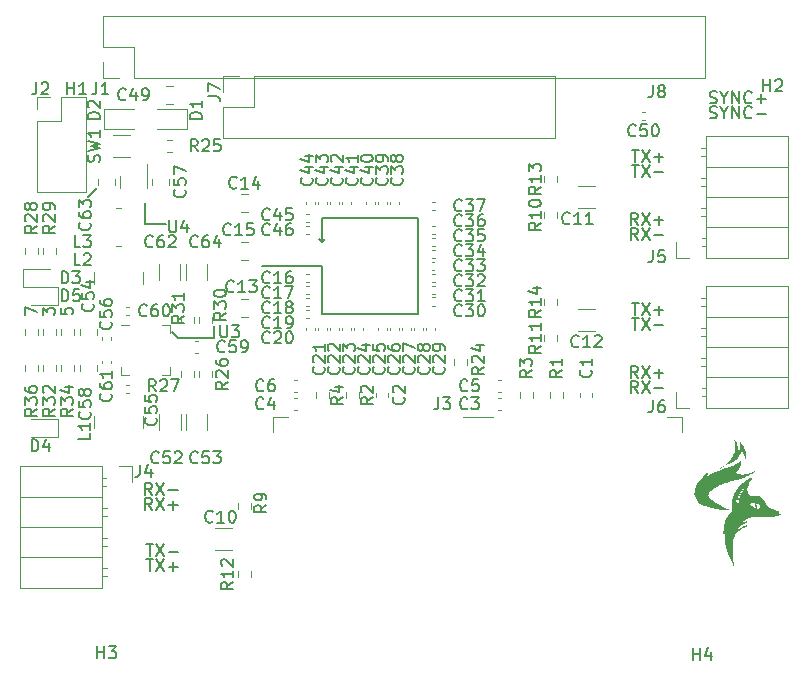
<source format=gto>
%TF.GenerationSoftware,KiCad,Pcbnew,(6.0.2-0)*%
%TF.CreationDate,2022-10-21T16:11:50-05:00*%
%TF.ProjectId,little_switch,6c697474-6c65-45f7-9377-697463682e6b,1*%
%TF.SameCoordinates,PX4221330PY3d0af40*%
%TF.FileFunction,Legend,Top*%
%TF.FilePolarity,Positive*%
%FSLAX46Y46*%
G04 Gerber Fmt 4.6, Leading zero omitted, Abs format (unit mm)*
G04 Created by KiCad (PCBNEW (6.0.2-0)) date 2022-10-21 16:11:50*
%MOMM*%
%LPD*%
G01*
G04 APERTURE LIST*
%ADD10C,0.152400*%
%ADD11C,0.150000*%
%ADD12C,0.120000*%
G04 APERTURE END LIST*
D10*
X7180821Y-42115619D02*
X7761393Y-42115619D01*
X7471107Y-43131619D02*
X7471107Y-42115619D01*
X8003298Y-42115619D02*
X8680631Y-43131619D01*
X8680631Y-42115619D02*
X8003298Y-43131619D01*
X9067679Y-42744571D02*
X9841774Y-42744571D01*
X7180821Y-43385619D02*
X7761393Y-43385619D01*
X7471107Y-44401619D02*
X7471107Y-43385619D01*
X8003298Y-43385619D02*
X8680631Y-44401619D01*
X8680631Y-43385619D02*
X8003298Y-44401619D01*
X9067679Y-44014571D02*
X9841774Y-44014571D01*
X9454726Y-44401619D02*
X9454726Y-43627523D01*
X48306082Y-21668619D02*
X48886654Y-21668619D01*
X48596368Y-22684619D02*
X48596368Y-21668619D01*
X49128559Y-21668619D02*
X49805892Y-22684619D01*
X49805892Y-21668619D02*
X49128559Y-22684619D01*
X50192940Y-22297571D02*
X50967035Y-22297571D01*
X50579987Y-22684619D02*
X50579987Y-21910523D01*
X7652536Y-39194619D02*
X7313869Y-38710809D01*
X7071964Y-39194619D02*
X7071964Y-38178619D01*
X7459012Y-38178619D01*
X7555774Y-38227000D01*
X7604155Y-38275380D01*
X7652536Y-38372142D01*
X7652536Y-38517285D01*
X7604155Y-38614047D01*
X7555774Y-38662428D01*
X7459012Y-38710809D01*
X7071964Y-38710809D01*
X7991202Y-38178619D02*
X8668536Y-39194619D01*
X8668536Y-38178619D02*
X7991202Y-39194619D01*
X9055583Y-38807571D02*
X9829679Y-38807571D01*
X9442631Y-39194619D02*
X9442631Y-38420523D01*
X7652536Y-37924619D02*
X7313869Y-37440809D01*
X7071964Y-37924619D02*
X7071964Y-36908619D01*
X7459012Y-36908619D01*
X7555774Y-36957000D01*
X7604155Y-37005380D01*
X7652536Y-37102142D01*
X7652536Y-37247285D01*
X7604155Y-37344047D01*
X7555774Y-37392428D01*
X7459012Y-37440809D01*
X7071964Y-37440809D01*
X7991202Y-36908619D02*
X8668536Y-37924619D01*
X8668536Y-36908619D02*
X7991202Y-37924619D01*
X9055583Y-37537571D02*
X9829679Y-37537571D01*
X48789892Y-28018619D02*
X48451225Y-27534809D01*
X48209320Y-28018619D02*
X48209320Y-27002619D01*
X48596368Y-27002619D01*
X48693130Y-27051000D01*
X48741511Y-27099380D01*
X48789892Y-27196142D01*
X48789892Y-27341285D01*
X48741511Y-27438047D01*
X48693130Y-27486428D01*
X48596368Y-27534809D01*
X48209320Y-27534809D01*
X49128559Y-27002619D02*
X49805892Y-28018619D01*
X49805892Y-27002619D02*
X49128559Y-28018619D01*
X50192940Y-27631571D02*
X50967035Y-27631571D01*
X50579987Y-28018619D02*
X50579987Y-27244523D01*
X48789892Y-29288619D02*
X48451225Y-28804809D01*
X48209320Y-29288619D02*
X48209320Y-28272619D01*
X48596368Y-28272619D01*
X48693130Y-28321000D01*
X48741511Y-28369380D01*
X48789892Y-28466142D01*
X48789892Y-28611285D01*
X48741511Y-28708047D01*
X48693130Y-28756428D01*
X48596368Y-28804809D01*
X48209320Y-28804809D01*
X49128559Y-28272619D02*
X49805892Y-29288619D01*
X49805892Y-28272619D02*
X49128559Y-29288619D01*
X50192940Y-28901571D02*
X50967035Y-28901571D01*
X48306082Y-22938619D02*
X48886654Y-22938619D01*
X48596368Y-23954619D02*
X48596368Y-22938619D01*
X49128559Y-22938619D02*
X49805892Y-23954619D01*
X49805892Y-22938619D02*
X49128559Y-23954619D01*
X50192940Y-23567571D02*
X50967035Y-23567571D01*
X48789892Y-16334619D02*
X48451225Y-15850809D01*
X48209320Y-16334619D02*
X48209320Y-15318619D01*
X48596368Y-15318619D01*
X48693130Y-15367000D01*
X48741511Y-15415380D01*
X48789892Y-15512142D01*
X48789892Y-15657285D01*
X48741511Y-15754047D01*
X48693130Y-15802428D01*
X48596368Y-15850809D01*
X48209320Y-15850809D01*
X49128559Y-15318619D02*
X49805892Y-16334619D01*
X49805892Y-15318619D02*
X49128559Y-16334619D01*
X50192940Y-15947571D02*
X50967035Y-15947571D01*
X48789892Y-15064619D02*
X48451225Y-14580809D01*
X48209320Y-15064619D02*
X48209320Y-14048619D01*
X48596368Y-14048619D01*
X48693130Y-14097000D01*
X48741511Y-14145380D01*
X48789892Y-14242142D01*
X48789892Y-14387285D01*
X48741511Y-14484047D01*
X48693130Y-14532428D01*
X48596368Y-14580809D01*
X48209320Y-14580809D01*
X49128559Y-14048619D02*
X49805892Y-15064619D01*
X49805892Y-14048619D02*
X49128559Y-15064619D01*
X50192940Y-14677571D02*
X50967035Y-14677571D01*
X50579987Y-15064619D02*
X50579987Y-14290523D01*
X48306082Y-9984619D02*
X48886654Y-9984619D01*
X48596368Y-11000619D02*
X48596368Y-9984619D01*
X49128559Y-9984619D02*
X49805892Y-11000619D01*
X49805892Y-9984619D02*
X49128559Y-11000619D01*
X50192940Y-10613571D02*
X50967035Y-10613571D01*
X48306082Y-8714619D02*
X48886654Y-8714619D01*
X48596368Y-9730619D02*
X48596368Y-8714619D01*
X49128559Y-8714619D02*
X49805892Y-9730619D01*
X49805892Y-8714619D02*
X49128559Y-9730619D01*
X50192940Y-9343571D02*
X50967035Y-9343571D01*
X50579987Y-9730619D02*
X50579987Y-8956523D01*
X54902583Y-5999238D02*
X55047726Y-6047619D01*
X55289631Y-6047619D01*
X55386393Y-5999238D01*
X55434774Y-5950857D01*
X55483155Y-5854095D01*
X55483155Y-5757333D01*
X55434774Y-5660571D01*
X55386393Y-5612190D01*
X55289631Y-5563809D01*
X55096107Y-5515428D01*
X54999345Y-5467047D01*
X54950964Y-5418666D01*
X54902583Y-5321904D01*
X54902583Y-5225142D01*
X54950964Y-5128380D01*
X54999345Y-5080000D01*
X55096107Y-5031619D01*
X55338012Y-5031619D01*
X55483155Y-5080000D01*
X56112107Y-5563809D02*
X56112107Y-6047619D01*
X55773440Y-5031619D02*
X56112107Y-5563809D01*
X56450774Y-5031619D01*
X56789440Y-6047619D02*
X56789440Y-5031619D01*
X57370012Y-6047619D01*
X57370012Y-5031619D01*
X58434393Y-5950857D02*
X58386012Y-5999238D01*
X58240869Y-6047619D01*
X58144107Y-6047619D01*
X57998964Y-5999238D01*
X57902202Y-5902476D01*
X57853821Y-5805714D01*
X57805440Y-5612190D01*
X57805440Y-5467047D01*
X57853821Y-5273523D01*
X57902202Y-5176761D01*
X57998964Y-5080000D01*
X58144107Y-5031619D01*
X58240869Y-5031619D01*
X58386012Y-5080000D01*
X58434393Y-5128380D01*
X58869821Y-5660571D02*
X59643917Y-5660571D01*
X54902583Y-4729238D02*
X55047726Y-4777619D01*
X55289631Y-4777619D01*
X55386393Y-4729238D01*
X55434774Y-4680857D01*
X55483155Y-4584095D01*
X55483155Y-4487333D01*
X55434774Y-4390571D01*
X55386393Y-4342190D01*
X55289631Y-4293809D01*
X55096107Y-4245428D01*
X54999345Y-4197047D01*
X54950964Y-4148666D01*
X54902583Y-4051904D01*
X54902583Y-3955142D01*
X54950964Y-3858380D01*
X54999345Y-3810000D01*
X55096107Y-3761619D01*
X55338012Y-3761619D01*
X55483155Y-3810000D01*
X56112107Y-4293809D02*
X56112107Y-4777619D01*
X55773440Y-3761619D02*
X56112107Y-4293809D01*
X56450774Y-3761619D01*
X56789440Y-4777619D02*
X56789440Y-3761619D01*
X57370012Y-4777619D01*
X57370012Y-3761619D01*
X58434393Y-4680857D02*
X58386012Y-4729238D01*
X58240869Y-4777619D01*
X58144107Y-4777619D01*
X57998964Y-4729238D01*
X57902202Y-4632476D01*
X57853821Y-4535714D01*
X57805440Y-4342190D01*
X57805440Y-4197047D01*
X57853821Y-4003523D01*
X57902202Y-3906761D01*
X57998964Y-3810000D01*
X58144107Y-3761619D01*
X58240869Y-3761619D01*
X58386012Y-3810000D01*
X58434393Y-3858380D01*
X58869821Y-4390571D02*
X59643917Y-4390571D01*
X59256869Y-4777619D02*
X59256869Y-4003523D01*
X-48381Y-22110095D02*
X-48381Y-22593904D01*
X435428Y-22642285D01*
X387047Y-22593904D01*
X338666Y-22497142D01*
X338666Y-22255238D01*
X387047Y-22158476D01*
X435428Y-22110095D01*
X532190Y-22061714D01*
X774095Y-22061714D01*
X870857Y-22110095D01*
X919238Y-22158476D01*
X967619Y-22255238D01*
X967619Y-22497142D01*
X919238Y-22593904D01*
X870857Y-22642285D01*
X-1572381Y-22690666D02*
X-1572381Y-22061714D01*
X-1185334Y-22400380D01*
X-1185334Y-22255238D01*
X-1136953Y-22158476D01*
X-1088572Y-22110095D01*
X-991810Y-22061714D01*
X-749905Y-22061714D01*
X-653143Y-22110095D01*
X-604762Y-22158476D01*
X-556381Y-22255238D01*
X-556381Y-22545523D01*
X-604762Y-22642285D01*
X-653143Y-22690666D01*
X-3096381Y-22690666D02*
X-3096381Y-22013333D01*
X-2080381Y-22448761D01*
D11*
X2286000Y-12700000D02*
X3048000Y-11938000D01*
X22098000Y-16510000D02*
X22352000Y-16256000D01*
X22098000Y-16510000D02*
X21844000Y-16256000D01*
X22098000Y-14478000D02*
X22098000Y-16510000D01*
X30226000Y-14478000D02*
X22098000Y-14478000D01*
X30226000Y-22606000D02*
X30226000Y-14478000D01*
X22098000Y-22606000D02*
X30226000Y-22606000D01*
X22098000Y-18542000D02*
X22098000Y-22606000D01*
X17018000Y-18542000D02*
X22098000Y-18542000D01*
X9906000Y-24638000D02*
X9398000Y-24130000D01*
X12954000Y-24638000D02*
X9906000Y-24638000D01*
X12954000Y-23622000D02*
X12954000Y-24638000D01*
X7112000Y-14986000D02*
X7112000Y-13208000D01*
X8890000Y-14986000D02*
X7112000Y-14986000D01*
D10*
%TO.C,J5*%
X50080333Y-17223619D02*
X50080333Y-17949333D01*
X50031952Y-18094476D01*
X49935190Y-18191238D01*
X49790047Y-18239619D01*
X49693285Y-18239619D01*
X51047952Y-17223619D02*
X50564142Y-17223619D01*
X50515761Y-17707428D01*
X50564142Y-17659047D01*
X50660904Y-17610666D01*
X50902809Y-17610666D01*
X50999571Y-17659047D01*
X51047952Y-17707428D01*
X51096333Y-17804190D01*
X51096333Y-18046095D01*
X51047952Y-18142857D01*
X50999571Y-18191238D01*
X50902809Y-18239619D01*
X50660904Y-18239619D01*
X50564142Y-18191238D01*
X50515761Y-18142857D01*
%TO.C,J6*%
X50080333Y-29923619D02*
X50080333Y-30649333D01*
X50031952Y-30794476D01*
X49935190Y-30891238D01*
X49790047Y-30939619D01*
X49693285Y-30939619D01*
X50999571Y-29923619D02*
X50806047Y-29923619D01*
X50709285Y-29972000D01*
X50660904Y-30020380D01*
X50564142Y-30165523D01*
X50515761Y-30359047D01*
X50515761Y-30746095D01*
X50564142Y-30842857D01*
X50612523Y-30891238D01*
X50709285Y-30939619D01*
X50902809Y-30939619D01*
X50999571Y-30891238D01*
X51047952Y-30842857D01*
X51096333Y-30746095D01*
X51096333Y-30504190D01*
X51047952Y-30407428D01*
X50999571Y-30359047D01*
X50902809Y-30310666D01*
X50709285Y-30310666D01*
X50612523Y-30359047D01*
X50564142Y-30407428D01*
X50515761Y-30504190D01*
%TO.C,J4*%
X6646333Y-35384619D02*
X6646333Y-36110333D01*
X6597952Y-36255476D01*
X6501190Y-36352238D01*
X6356047Y-36400619D01*
X6259285Y-36400619D01*
X7565571Y-35723285D02*
X7565571Y-36400619D01*
X7323666Y-35336238D02*
X7081761Y-36061952D01*
X7710714Y-36061952D01*
%TO.C,C24*%
X26016857Y-27069142D02*
X26065238Y-27117523D01*
X26113619Y-27262666D01*
X26113619Y-27359428D01*
X26065238Y-27504571D01*
X25968476Y-27601333D01*
X25871714Y-27649714D01*
X25678190Y-27698095D01*
X25533047Y-27698095D01*
X25339523Y-27649714D01*
X25242761Y-27601333D01*
X25146000Y-27504571D01*
X25097619Y-27359428D01*
X25097619Y-27262666D01*
X25146000Y-27117523D01*
X25194380Y-27069142D01*
X25194380Y-26682095D02*
X25146000Y-26633714D01*
X25097619Y-26536952D01*
X25097619Y-26295047D01*
X25146000Y-26198285D01*
X25194380Y-26149904D01*
X25291142Y-26101523D01*
X25387904Y-26101523D01*
X25533047Y-26149904D01*
X26113619Y-26730476D01*
X26113619Y-26101523D01*
X25436285Y-25230666D02*
X26113619Y-25230666D01*
X25049238Y-25472571D02*
X25774952Y-25714476D01*
X25774952Y-25085523D01*
%TO.C,C62*%
X7728857Y-16872857D02*
X7680476Y-16921238D01*
X7535333Y-16969619D01*
X7438571Y-16969619D01*
X7293428Y-16921238D01*
X7196666Y-16824476D01*
X7148285Y-16727714D01*
X7099904Y-16534190D01*
X7099904Y-16389047D01*
X7148285Y-16195523D01*
X7196666Y-16098761D01*
X7293428Y-16002000D01*
X7438571Y-15953619D01*
X7535333Y-15953619D01*
X7680476Y-16002000D01*
X7728857Y-16050380D01*
X8599714Y-15953619D02*
X8406190Y-15953619D01*
X8309428Y-16002000D01*
X8261047Y-16050380D01*
X8164285Y-16195523D01*
X8115904Y-16389047D01*
X8115904Y-16776095D01*
X8164285Y-16872857D01*
X8212666Y-16921238D01*
X8309428Y-16969619D01*
X8502952Y-16969619D01*
X8599714Y-16921238D01*
X8648095Y-16872857D01*
X8696476Y-16776095D01*
X8696476Y-16534190D01*
X8648095Y-16437428D01*
X8599714Y-16389047D01*
X8502952Y-16340666D01*
X8309428Y-16340666D01*
X8212666Y-16389047D01*
X8164285Y-16437428D01*
X8115904Y-16534190D01*
X9083523Y-16050380D02*
X9131904Y-16002000D01*
X9228666Y-15953619D01*
X9470571Y-15953619D01*
X9567333Y-16002000D01*
X9615714Y-16050380D01*
X9664095Y-16147142D01*
X9664095Y-16243904D01*
X9615714Y-16389047D01*
X9035142Y-16969619D01*
X9664095Y-16969619D01*
%TO.C,C64*%
X11538857Y-16872857D02*
X11490476Y-16921238D01*
X11345333Y-16969619D01*
X11248571Y-16969619D01*
X11103428Y-16921238D01*
X11006666Y-16824476D01*
X10958285Y-16727714D01*
X10909904Y-16534190D01*
X10909904Y-16389047D01*
X10958285Y-16195523D01*
X11006666Y-16098761D01*
X11103428Y-16002000D01*
X11248571Y-15953619D01*
X11345333Y-15953619D01*
X11490476Y-16002000D01*
X11538857Y-16050380D01*
X12409714Y-15953619D02*
X12216190Y-15953619D01*
X12119428Y-16002000D01*
X12071047Y-16050380D01*
X11974285Y-16195523D01*
X11925904Y-16389047D01*
X11925904Y-16776095D01*
X11974285Y-16872857D01*
X12022666Y-16921238D01*
X12119428Y-16969619D01*
X12312952Y-16969619D01*
X12409714Y-16921238D01*
X12458095Y-16872857D01*
X12506476Y-16776095D01*
X12506476Y-16534190D01*
X12458095Y-16437428D01*
X12409714Y-16389047D01*
X12312952Y-16340666D01*
X12119428Y-16340666D01*
X12022666Y-16389047D01*
X11974285Y-16437428D01*
X11925904Y-16534190D01*
X13377333Y-16292285D02*
X13377333Y-16969619D01*
X13135428Y-15905238D02*
X12893523Y-16630952D01*
X13522476Y-16630952D01*
%TO.C,SW1*%
X3205238Y-9736666D02*
X3253619Y-9591523D01*
X3253619Y-9349619D01*
X3205238Y-9252857D01*
X3156857Y-9204476D01*
X3060095Y-9156095D01*
X2963333Y-9156095D01*
X2866571Y-9204476D01*
X2818190Y-9252857D01*
X2769809Y-9349619D01*
X2721428Y-9543142D01*
X2673047Y-9639904D01*
X2624666Y-9688285D01*
X2527904Y-9736666D01*
X2431142Y-9736666D01*
X2334380Y-9688285D01*
X2286000Y-9639904D01*
X2237619Y-9543142D01*
X2237619Y-9301238D01*
X2286000Y-9156095D01*
X2237619Y-8817428D02*
X3253619Y-8575523D01*
X2527904Y-8382000D01*
X3253619Y-8188476D01*
X2237619Y-7946571D01*
X3253619Y-7027333D02*
X3253619Y-7607904D01*
X3253619Y-7317619D02*
X2237619Y-7317619D01*
X2382761Y-7414380D01*
X2479523Y-7511142D01*
X2527904Y-7607904D01*
%TO.C,R12*%
X14523619Y-45294142D02*
X14039809Y-45632809D01*
X14523619Y-45874714D02*
X13507619Y-45874714D01*
X13507619Y-45487666D01*
X13556000Y-45390904D01*
X13604380Y-45342523D01*
X13701142Y-45294142D01*
X13846285Y-45294142D01*
X13943047Y-45342523D01*
X13991428Y-45390904D01*
X14039809Y-45487666D01*
X14039809Y-45874714D01*
X14523619Y-44326523D02*
X14523619Y-44907095D01*
X14523619Y-44616809D02*
X13507619Y-44616809D01*
X13652761Y-44713571D01*
X13749523Y-44810333D01*
X13797904Y-44907095D01*
X13604380Y-43939476D02*
X13556000Y-43891095D01*
X13507619Y-43794333D01*
X13507619Y-43552428D01*
X13556000Y-43455666D01*
X13604380Y-43407285D01*
X13701142Y-43358904D01*
X13797904Y-43358904D01*
X13943047Y-43407285D01*
X14523619Y-43987857D01*
X14523619Y-43358904D01*
%TO.C,R10*%
X40591619Y-14877142D02*
X40107809Y-15215809D01*
X40591619Y-15457714D02*
X39575619Y-15457714D01*
X39575619Y-15070666D01*
X39624000Y-14973904D01*
X39672380Y-14925523D01*
X39769142Y-14877142D01*
X39914285Y-14877142D01*
X40011047Y-14925523D01*
X40059428Y-14973904D01*
X40107809Y-15070666D01*
X40107809Y-15457714D01*
X40591619Y-13909523D02*
X40591619Y-14490095D01*
X40591619Y-14199809D02*
X39575619Y-14199809D01*
X39720761Y-14296571D01*
X39817523Y-14393333D01*
X39865904Y-14490095D01*
X39575619Y-13280571D02*
X39575619Y-13183809D01*
X39624000Y-13087047D01*
X39672380Y-13038666D01*
X39769142Y-12990285D01*
X39962666Y-12941904D01*
X40204571Y-12941904D01*
X40398095Y-12990285D01*
X40494857Y-13038666D01*
X40543238Y-13087047D01*
X40591619Y-13183809D01*
X40591619Y-13280571D01*
X40543238Y-13377333D01*
X40494857Y-13425714D01*
X40398095Y-13474095D01*
X40204571Y-13522476D01*
X39962666Y-13522476D01*
X39769142Y-13474095D01*
X39672380Y-13425714D01*
X39624000Y-13377333D01*
X39575619Y-13280571D01*
%TO.C,C46*%
X17634857Y-15856857D02*
X17586476Y-15905238D01*
X17441333Y-15953619D01*
X17344571Y-15953619D01*
X17199428Y-15905238D01*
X17102666Y-15808476D01*
X17054285Y-15711714D01*
X17005904Y-15518190D01*
X17005904Y-15373047D01*
X17054285Y-15179523D01*
X17102666Y-15082761D01*
X17199428Y-14986000D01*
X17344571Y-14937619D01*
X17441333Y-14937619D01*
X17586476Y-14986000D01*
X17634857Y-15034380D01*
X18505714Y-15276285D02*
X18505714Y-15953619D01*
X18263809Y-14889238D02*
X18021904Y-15614952D01*
X18650857Y-15614952D01*
X19473333Y-14937619D02*
X19279809Y-14937619D01*
X19183047Y-14986000D01*
X19134666Y-15034380D01*
X19037904Y-15179523D01*
X18989523Y-15373047D01*
X18989523Y-15760095D01*
X19037904Y-15856857D01*
X19086285Y-15905238D01*
X19183047Y-15953619D01*
X19376571Y-15953619D01*
X19473333Y-15905238D01*
X19521714Y-15856857D01*
X19570095Y-15760095D01*
X19570095Y-15518190D01*
X19521714Y-15421428D01*
X19473333Y-15373047D01*
X19376571Y-15324666D01*
X19183047Y-15324666D01*
X19086285Y-15373047D01*
X19037904Y-15421428D01*
X18989523Y-15518190D01*
%TO.C,U3*%
X13449904Y-23573619D02*
X13449904Y-24396095D01*
X13498285Y-24492857D01*
X13546666Y-24541238D01*
X13643428Y-24589619D01*
X13836952Y-24589619D01*
X13933714Y-24541238D01*
X13982095Y-24492857D01*
X14030476Y-24396095D01*
X14030476Y-23573619D01*
X14417523Y-23573619D02*
X15046476Y-23573619D01*
X14707809Y-23960666D01*
X14852952Y-23960666D01*
X14949714Y-24009047D01*
X14998095Y-24057428D01*
X15046476Y-24154190D01*
X15046476Y-24396095D01*
X14998095Y-24492857D01*
X14949714Y-24541238D01*
X14852952Y-24589619D01*
X14562666Y-24589619D01*
X14465904Y-24541238D01*
X14417523Y-24492857D01*
%TO.C,C14*%
X14840857Y-11890857D02*
X14792476Y-11939238D01*
X14647333Y-11987619D01*
X14550571Y-11987619D01*
X14405428Y-11939238D01*
X14308666Y-11842476D01*
X14260285Y-11745714D01*
X14211904Y-11552190D01*
X14211904Y-11407047D01*
X14260285Y-11213523D01*
X14308666Y-11116761D01*
X14405428Y-11020000D01*
X14550571Y-10971619D01*
X14647333Y-10971619D01*
X14792476Y-11020000D01*
X14840857Y-11068380D01*
X15808476Y-11987619D02*
X15227904Y-11987619D01*
X15518190Y-11987619D02*
X15518190Y-10971619D01*
X15421428Y-11116761D01*
X15324666Y-11213523D01*
X15227904Y-11261904D01*
X16679333Y-11310285D02*
X16679333Y-11987619D01*
X16437428Y-10923238D02*
X16195523Y-11648952D01*
X16824476Y-11648952D01*
%TO.C,U4*%
X9131904Y-14683619D02*
X9131904Y-15506095D01*
X9180285Y-15602857D01*
X9228666Y-15651238D01*
X9325428Y-15699619D01*
X9518952Y-15699619D01*
X9615714Y-15651238D01*
X9664095Y-15602857D01*
X9712476Y-15506095D01*
X9712476Y-14683619D01*
X10631714Y-15022285D02*
X10631714Y-15699619D01*
X10389809Y-14635238D02*
X10147904Y-15360952D01*
X10776857Y-15360952D01*
%TO.C,C63*%
X2394857Y-14877142D02*
X2443238Y-14925523D01*
X2491619Y-15070666D01*
X2491619Y-15167428D01*
X2443238Y-15312571D01*
X2346476Y-15409333D01*
X2249714Y-15457714D01*
X2056190Y-15506095D01*
X1911047Y-15506095D01*
X1717523Y-15457714D01*
X1620761Y-15409333D01*
X1524000Y-15312571D01*
X1475619Y-15167428D01*
X1475619Y-15070666D01*
X1524000Y-14925523D01*
X1572380Y-14877142D01*
X1475619Y-14006285D02*
X1475619Y-14199809D01*
X1524000Y-14296571D01*
X1572380Y-14344952D01*
X1717523Y-14441714D01*
X1911047Y-14490095D01*
X2298095Y-14490095D01*
X2394857Y-14441714D01*
X2443238Y-14393333D01*
X2491619Y-14296571D01*
X2491619Y-14103047D01*
X2443238Y-14006285D01*
X2394857Y-13957904D01*
X2298095Y-13909523D01*
X2056190Y-13909523D01*
X1959428Y-13957904D01*
X1911047Y-14006285D01*
X1862666Y-14103047D01*
X1862666Y-14296571D01*
X1911047Y-14393333D01*
X1959428Y-14441714D01*
X2056190Y-14490095D01*
X1475619Y-13570857D02*
X1475619Y-12941904D01*
X1862666Y-13280571D01*
X1862666Y-13135428D01*
X1911047Y-13038666D01*
X1959428Y-12990285D01*
X2056190Y-12941904D01*
X2298095Y-12941904D01*
X2394857Y-12990285D01*
X2443238Y-13038666D01*
X2491619Y-13135428D01*
X2491619Y-13425714D01*
X2443238Y-13522476D01*
X2394857Y-13570857D01*
%TO.C,R32*%
X-556381Y-30625142D02*
X-1040191Y-30963809D01*
X-556381Y-31205714D02*
X-1572381Y-31205714D01*
X-1572381Y-30818666D01*
X-1524000Y-30721904D01*
X-1475620Y-30673523D01*
X-1378858Y-30625142D01*
X-1233715Y-30625142D01*
X-1136953Y-30673523D01*
X-1088572Y-30721904D01*
X-1040191Y-30818666D01*
X-1040191Y-31205714D01*
X-1572381Y-30286476D02*
X-1572381Y-29657523D01*
X-1185334Y-29996190D01*
X-1185334Y-29851047D01*
X-1136953Y-29754285D01*
X-1088572Y-29705904D01*
X-991810Y-29657523D01*
X-749905Y-29657523D01*
X-653143Y-29705904D01*
X-604762Y-29754285D01*
X-556381Y-29851047D01*
X-556381Y-30141333D01*
X-604762Y-30238095D01*
X-653143Y-30286476D01*
X-1475620Y-29270476D02*
X-1524000Y-29222095D01*
X-1572381Y-29125333D01*
X-1572381Y-28883428D01*
X-1524000Y-28786666D01*
X-1475620Y-28738285D01*
X-1378858Y-28689904D01*
X-1282096Y-28689904D01*
X-1136953Y-28738285D01*
X-556381Y-29318857D01*
X-556381Y-28689904D01*
%TO.C,R4*%
X23827619Y-29633333D02*
X23343809Y-29972000D01*
X23827619Y-30213904D02*
X22811619Y-30213904D01*
X22811619Y-29826857D01*
X22860000Y-29730095D01*
X22908380Y-29681714D01*
X23005142Y-29633333D01*
X23150285Y-29633333D01*
X23247047Y-29681714D01*
X23295428Y-29730095D01*
X23343809Y-29826857D01*
X23343809Y-30213904D01*
X23150285Y-28762476D02*
X23827619Y-28762476D01*
X22763238Y-29004380D02*
X23488952Y-29246285D01*
X23488952Y-28617333D01*
%TO.C,C1*%
X44812857Y-27347333D02*
X44861238Y-27395714D01*
X44909619Y-27540857D01*
X44909619Y-27637619D01*
X44861238Y-27782761D01*
X44764476Y-27879523D01*
X44667714Y-27927904D01*
X44474190Y-27976285D01*
X44329047Y-27976285D01*
X44135523Y-27927904D01*
X44038761Y-27879523D01*
X43942000Y-27782761D01*
X43893619Y-27637619D01*
X43893619Y-27540857D01*
X43942000Y-27395714D01*
X43990380Y-27347333D01*
X44909619Y-26379714D02*
X44909619Y-26960285D01*
X44909619Y-26670000D02*
X43893619Y-26670000D01*
X44038761Y-26766761D01*
X44135523Y-26863523D01*
X44183904Y-26960285D01*
%TO.C,C29*%
X32366857Y-27069142D02*
X32415238Y-27117523D01*
X32463619Y-27262666D01*
X32463619Y-27359428D01*
X32415238Y-27504571D01*
X32318476Y-27601333D01*
X32221714Y-27649714D01*
X32028190Y-27698095D01*
X31883047Y-27698095D01*
X31689523Y-27649714D01*
X31592761Y-27601333D01*
X31496000Y-27504571D01*
X31447619Y-27359428D01*
X31447619Y-27262666D01*
X31496000Y-27117523D01*
X31544380Y-27069142D01*
X31544380Y-26682095D02*
X31496000Y-26633714D01*
X31447619Y-26536952D01*
X31447619Y-26295047D01*
X31496000Y-26198285D01*
X31544380Y-26149904D01*
X31641142Y-26101523D01*
X31737904Y-26101523D01*
X31883047Y-26149904D01*
X32463619Y-26730476D01*
X32463619Y-26101523D01*
X32463619Y-25617714D02*
X32463619Y-25424190D01*
X32415238Y-25327428D01*
X32366857Y-25279047D01*
X32221714Y-25182285D01*
X32028190Y-25133904D01*
X31641142Y-25133904D01*
X31544380Y-25182285D01*
X31496000Y-25230666D01*
X31447619Y-25327428D01*
X31447619Y-25520952D01*
X31496000Y-25617714D01*
X31544380Y-25666095D01*
X31641142Y-25714476D01*
X31883047Y-25714476D01*
X31979809Y-25666095D01*
X32028190Y-25617714D01*
X32076571Y-25520952D01*
X32076571Y-25327428D01*
X32028190Y-25230666D01*
X31979809Y-25182285D01*
X31883047Y-25133904D01*
%TO.C,C42*%
X23730857Y-11067142D02*
X23779238Y-11115523D01*
X23827619Y-11260666D01*
X23827619Y-11357428D01*
X23779238Y-11502571D01*
X23682476Y-11599333D01*
X23585714Y-11647714D01*
X23392190Y-11696095D01*
X23247047Y-11696095D01*
X23053523Y-11647714D01*
X22956761Y-11599333D01*
X22860000Y-11502571D01*
X22811619Y-11357428D01*
X22811619Y-11260666D01*
X22860000Y-11115523D01*
X22908380Y-11067142D01*
X23150285Y-10196285D02*
X23827619Y-10196285D01*
X22763238Y-10438190D02*
X23488952Y-10680095D01*
X23488952Y-10051142D01*
X22908380Y-9712476D02*
X22860000Y-9664095D01*
X22811619Y-9567333D01*
X22811619Y-9325428D01*
X22860000Y-9228666D01*
X22908380Y-9180285D01*
X23005142Y-9131904D01*
X23101904Y-9131904D01*
X23247047Y-9180285D01*
X23827619Y-9760857D01*
X23827619Y-9131904D01*
%TO.C,C11*%
X43034857Y-14912857D02*
X42986476Y-14961238D01*
X42841333Y-15009619D01*
X42744571Y-15009619D01*
X42599428Y-14961238D01*
X42502666Y-14864476D01*
X42454285Y-14767714D01*
X42405904Y-14574190D01*
X42405904Y-14429047D01*
X42454285Y-14235523D01*
X42502666Y-14138761D01*
X42599428Y-14042000D01*
X42744571Y-13993619D01*
X42841333Y-13993619D01*
X42986476Y-14042000D01*
X43034857Y-14090380D01*
X44002476Y-15009619D02*
X43421904Y-15009619D01*
X43712190Y-15009619D02*
X43712190Y-13993619D01*
X43615428Y-14138761D01*
X43518666Y-14235523D01*
X43421904Y-14283904D01*
X44970095Y-15009619D02*
X44389523Y-15009619D01*
X44679809Y-15009619D02*
X44679809Y-13993619D01*
X44583047Y-14138761D01*
X44486285Y-14235523D01*
X44389523Y-14283904D01*
%TO.C,C12*%
X43796857Y-25326857D02*
X43748476Y-25375238D01*
X43603333Y-25423619D01*
X43506571Y-25423619D01*
X43361428Y-25375238D01*
X43264666Y-25278476D01*
X43216285Y-25181714D01*
X43167904Y-24988190D01*
X43167904Y-24843047D01*
X43216285Y-24649523D01*
X43264666Y-24552761D01*
X43361428Y-24456000D01*
X43506571Y-24407619D01*
X43603333Y-24407619D01*
X43748476Y-24456000D01*
X43796857Y-24504380D01*
X44764476Y-25423619D02*
X44183904Y-25423619D01*
X44474190Y-25423619D02*
X44474190Y-24407619D01*
X44377428Y-24552761D01*
X44280666Y-24649523D01*
X44183904Y-24697904D01*
X45151523Y-24504380D02*
X45199904Y-24456000D01*
X45296666Y-24407619D01*
X45538571Y-24407619D01*
X45635333Y-24456000D01*
X45683714Y-24504380D01*
X45732095Y-24601142D01*
X45732095Y-24697904D01*
X45683714Y-24843047D01*
X45103142Y-25423619D01*
X45732095Y-25423619D01*
%TO.C,R24*%
X35765619Y-27085884D02*
X35281809Y-27424551D01*
X35765619Y-27666456D02*
X34749619Y-27666456D01*
X34749619Y-27279408D01*
X34798000Y-27182646D01*
X34846380Y-27134265D01*
X34943142Y-27085884D01*
X35088285Y-27085884D01*
X35185047Y-27134265D01*
X35233428Y-27182646D01*
X35281809Y-27279408D01*
X35281809Y-27666456D01*
X34846380Y-26698837D02*
X34798000Y-26650456D01*
X34749619Y-26553694D01*
X34749619Y-26311789D01*
X34798000Y-26215027D01*
X34846380Y-26166646D01*
X34943142Y-26118265D01*
X35039904Y-26118265D01*
X35185047Y-26166646D01*
X35765619Y-26747218D01*
X35765619Y-26118265D01*
X35088285Y-25247408D02*
X35765619Y-25247408D01*
X34701238Y-25489313D02*
X35426952Y-25731218D01*
X35426952Y-25102265D01*
%TO.C,J2*%
X-2116667Y-2999619D02*
X-2116667Y-3725333D01*
X-2165048Y-3870476D01*
X-2261810Y-3967238D01*
X-2406953Y-4015619D01*
X-2503715Y-4015619D01*
X-1681239Y-3096380D02*
X-1632858Y-3048000D01*
X-1536096Y-2999619D01*
X-1294191Y-2999619D01*
X-1197429Y-3048000D01*
X-1149048Y-3096380D01*
X-1100667Y-3193142D01*
X-1100667Y-3289904D01*
X-1149048Y-3435047D01*
X-1729620Y-4015619D01*
X-1100667Y-4015619D01*
%TO.C,R30*%
X13921619Y-22497142D02*
X13437809Y-22835809D01*
X13921619Y-23077714D02*
X12905619Y-23077714D01*
X12905619Y-22690666D01*
X12954000Y-22593904D01*
X13002380Y-22545523D01*
X13099142Y-22497142D01*
X13244285Y-22497142D01*
X13341047Y-22545523D01*
X13389428Y-22593904D01*
X13437809Y-22690666D01*
X13437809Y-23077714D01*
X12905619Y-22158476D02*
X12905619Y-21529523D01*
X13292666Y-21868190D01*
X13292666Y-21723047D01*
X13341047Y-21626285D01*
X13389428Y-21577904D01*
X13486190Y-21529523D01*
X13728095Y-21529523D01*
X13824857Y-21577904D01*
X13873238Y-21626285D01*
X13921619Y-21723047D01*
X13921619Y-22013333D01*
X13873238Y-22110095D01*
X13824857Y-22158476D01*
X12905619Y-20900571D02*
X12905619Y-20803809D01*
X12954000Y-20707047D01*
X13002380Y-20658666D01*
X13099142Y-20610285D01*
X13292666Y-20561904D01*
X13534571Y-20561904D01*
X13728095Y-20610285D01*
X13824857Y-20658666D01*
X13873238Y-20707047D01*
X13921619Y-20803809D01*
X13921619Y-20900571D01*
X13873238Y-20997333D01*
X13824857Y-21045714D01*
X13728095Y-21094095D01*
X13534571Y-21142476D01*
X13292666Y-21142476D01*
X13099142Y-21094095D01*
X13002380Y-21045714D01*
X12954000Y-20997333D01*
X12905619Y-20900571D01*
%TO.C,C32*%
X33890857Y-20174857D02*
X33842476Y-20223238D01*
X33697333Y-20271619D01*
X33600571Y-20271619D01*
X33455428Y-20223238D01*
X33358666Y-20126476D01*
X33310285Y-20029714D01*
X33261904Y-19836190D01*
X33261904Y-19691047D01*
X33310285Y-19497523D01*
X33358666Y-19400761D01*
X33455428Y-19304000D01*
X33600571Y-19255619D01*
X33697333Y-19255619D01*
X33842476Y-19304000D01*
X33890857Y-19352380D01*
X34229523Y-19255619D02*
X34858476Y-19255619D01*
X34519809Y-19642666D01*
X34664952Y-19642666D01*
X34761714Y-19691047D01*
X34810095Y-19739428D01*
X34858476Y-19836190D01*
X34858476Y-20078095D01*
X34810095Y-20174857D01*
X34761714Y-20223238D01*
X34664952Y-20271619D01*
X34374666Y-20271619D01*
X34277904Y-20223238D01*
X34229523Y-20174857D01*
X35245523Y-19352380D02*
X35293904Y-19304000D01*
X35390666Y-19255619D01*
X35632571Y-19255619D01*
X35729333Y-19304000D01*
X35777714Y-19352380D01*
X35826095Y-19449142D01*
X35826095Y-19545904D01*
X35777714Y-19691047D01*
X35197142Y-20271619D01*
X35826095Y-20271619D01*
%TO.C,C22*%
X23476857Y-27069142D02*
X23525238Y-27117523D01*
X23573619Y-27262666D01*
X23573619Y-27359428D01*
X23525238Y-27504571D01*
X23428476Y-27601333D01*
X23331714Y-27649714D01*
X23138190Y-27698095D01*
X22993047Y-27698095D01*
X22799523Y-27649714D01*
X22702761Y-27601333D01*
X22606000Y-27504571D01*
X22557619Y-27359428D01*
X22557619Y-27262666D01*
X22606000Y-27117523D01*
X22654380Y-27069142D01*
X22654380Y-26682095D02*
X22606000Y-26633714D01*
X22557619Y-26536952D01*
X22557619Y-26295047D01*
X22606000Y-26198285D01*
X22654380Y-26149904D01*
X22751142Y-26101523D01*
X22847904Y-26101523D01*
X22993047Y-26149904D01*
X23573619Y-26730476D01*
X23573619Y-26101523D01*
X22654380Y-25714476D02*
X22606000Y-25666095D01*
X22557619Y-25569333D01*
X22557619Y-25327428D01*
X22606000Y-25230666D01*
X22654380Y-25182285D01*
X22751142Y-25133904D01*
X22847904Y-25133904D01*
X22993047Y-25182285D01*
X23573619Y-25762857D01*
X23573619Y-25133904D01*
%TO.C,C49*%
X5442857Y-4426857D02*
X5394476Y-4475238D01*
X5249333Y-4523619D01*
X5152571Y-4523619D01*
X5007428Y-4475238D01*
X4910666Y-4378476D01*
X4862285Y-4281714D01*
X4813904Y-4088190D01*
X4813904Y-3943047D01*
X4862285Y-3749523D01*
X4910666Y-3652761D01*
X5007428Y-3556000D01*
X5152571Y-3507619D01*
X5249333Y-3507619D01*
X5394476Y-3556000D01*
X5442857Y-3604380D01*
X6313714Y-3846285D02*
X6313714Y-4523619D01*
X6071809Y-3459238D02*
X5829904Y-4184952D01*
X6458857Y-4184952D01*
X6894285Y-4523619D02*
X7087809Y-4523619D01*
X7184571Y-4475238D01*
X7232952Y-4426857D01*
X7329714Y-4281714D01*
X7378095Y-4088190D01*
X7378095Y-3701142D01*
X7329714Y-3604380D01*
X7281333Y-3556000D01*
X7184571Y-3507619D01*
X6991047Y-3507619D01*
X6894285Y-3556000D01*
X6845904Y-3604380D01*
X6797523Y-3701142D01*
X6797523Y-3943047D01*
X6845904Y-4039809D01*
X6894285Y-4088190D01*
X6991047Y-4136571D01*
X7184571Y-4136571D01*
X7281333Y-4088190D01*
X7329714Y-4039809D01*
X7378095Y-3943047D01*
%TO.C,C53*%
X11538857Y-35160857D02*
X11490476Y-35209238D01*
X11345333Y-35257619D01*
X11248571Y-35257619D01*
X11103428Y-35209238D01*
X11006666Y-35112476D01*
X10958285Y-35015714D01*
X10909904Y-34822190D01*
X10909904Y-34677047D01*
X10958285Y-34483523D01*
X11006666Y-34386761D01*
X11103428Y-34290000D01*
X11248571Y-34241619D01*
X11345333Y-34241619D01*
X11490476Y-34290000D01*
X11538857Y-34338380D01*
X12458095Y-34241619D02*
X11974285Y-34241619D01*
X11925904Y-34725428D01*
X11974285Y-34677047D01*
X12071047Y-34628666D01*
X12312952Y-34628666D01*
X12409714Y-34677047D01*
X12458095Y-34725428D01*
X12506476Y-34822190D01*
X12506476Y-35064095D01*
X12458095Y-35160857D01*
X12409714Y-35209238D01*
X12312952Y-35257619D01*
X12071047Y-35257619D01*
X11974285Y-35209238D01*
X11925904Y-35160857D01*
X12845142Y-34241619D02*
X13474095Y-34241619D01*
X13135428Y-34628666D01*
X13280571Y-34628666D01*
X13377333Y-34677047D01*
X13425714Y-34725428D01*
X13474095Y-34822190D01*
X13474095Y-35064095D01*
X13425714Y-35160857D01*
X13377333Y-35209238D01*
X13280571Y-35257619D01*
X12990285Y-35257619D01*
X12893523Y-35209238D01*
X12845142Y-35160857D01*
%TO.C,C16*%
X17634857Y-19920857D02*
X17586476Y-19969238D01*
X17441333Y-20017619D01*
X17344571Y-20017619D01*
X17199428Y-19969238D01*
X17102666Y-19872476D01*
X17054285Y-19775714D01*
X17005904Y-19582190D01*
X17005904Y-19437047D01*
X17054285Y-19243523D01*
X17102666Y-19146761D01*
X17199428Y-19050000D01*
X17344571Y-19001619D01*
X17441333Y-19001619D01*
X17586476Y-19050000D01*
X17634857Y-19098380D01*
X18602476Y-20017619D02*
X18021904Y-20017619D01*
X18312190Y-20017619D02*
X18312190Y-19001619D01*
X18215428Y-19146761D01*
X18118666Y-19243523D01*
X18021904Y-19291904D01*
X19473333Y-19001619D02*
X19279809Y-19001619D01*
X19183047Y-19050000D01*
X19134666Y-19098380D01*
X19037904Y-19243523D01*
X18989523Y-19437047D01*
X18989523Y-19824095D01*
X19037904Y-19920857D01*
X19086285Y-19969238D01*
X19183047Y-20017619D01*
X19376571Y-20017619D01*
X19473333Y-19969238D01*
X19521714Y-19920857D01*
X19570095Y-19824095D01*
X19570095Y-19582190D01*
X19521714Y-19485428D01*
X19473333Y-19437047D01*
X19376571Y-19388666D01*
X19183047Y-19388666D01*
X19086285Y-19437047D01*
X19037904Y-19485428D01*
X18989523Y-19582190D01*
%TO.C,C61*%
X4172857Y-29355142D02*
X4221238Y-29403523D01*
X4269619Y-29548666D01*
X4269619Y-29645428D01*
X4221238Y-29790571D01*
X4124476Y-29887333D01*
X4027714Y-29935714D01*
X3834190Y-29984095D01*
X3689047Y-29984095D01*
X3495523Y-29935714D01*
X3398761Y-29887333D01*
X3302000Y-29790571D01*
X3253619Y-29645428D01*
X3253619Y-29548666D01*
X3302000Y-29403523D01*
X3350380Y-29355142D01*
X3253619Y-28484285D02*
X3253619Y-28677809D01*
X3302000Y-28774571D01*
X3350380Y-28822952D01*
X3495523Y-28919714D01*
X3689047Y-28968095D01*
X4076095Y-28968095D01*
X4172857Y-28919714D01*
X4221238Y-28871333D01*
X4269619Y-28774571D01*
X4269619Y-28581047D01*
X4221238Y-28484285D01*
X4172857Y-28435904D01*
X4076095Y-28387523D01*
X3834190Y-28387523D01*
X3737428Y-28435904D01*
X3689047Y-28484285D01*
X3640666Y-28581047D01*
X3640666Y-28774571D01*
X3689047Y-28871333D01*
X3737428Y-28919714D01*
X3834190Y-28968095D01*
X4269619Y-27419904D02*
X4269619Y-28000476D01*
X4269619Y-27710190D02*
X3253619Y-27710190D01*
X3398761Y-27806952D01*
X3495523Y-27903714D01*
X3543904Y-28000476D01*
%TO.C,C20*%
X17634857Y-25000857D02*
X17586476Y-25049238D01*
X17441333Y-25097619D01*
X17344571Y-25097619D01*
X17199428Y-25049238D01*
X17102666Y-24952476D01*
X17054285Y-24855714D01*
X17005904Y-24662190D01*
X17005904Y-24517047D01*
X17054285Y-24323523D01*
X17102666Y-24226761D01*
X17199428Y-24130000D01*
X17344571Y-24081619D01*
X17441333Y-24081619D01*
X17586476Y-24130000D01*
X17634857Y-24178380D01*
X18021904Y-24178380D02*
X18070285Y-24130000D01*
X18167047Y-24081619D01*
X18408952Y-24081619D01*
X18505714Y-24130000D01*
X18554095Y-24178380D01*
X18602476Y-24275142D01*
X18602476Y-24371904D01*
X18554095Y-24517047D01*
X17973523Y-25097619D01*
X18602476Y-25097619D01*
X19231428Y-24081619D02*
X19328190Y-24081619D01*
X19424952Y-24130000D01*
X19473333Y-24178380D01*
X19521714Y-24275142D01*
X19570095Y-24468666D01*
X19570095Y-24710571D01*
X19521714Y-24904095D01*
X19473333Y-25000857D01*
X19424952Y-25049238D01*
X19328190Y-25097619D01*
X19231428Y-25097619D01*
X19134666Y-25049238D01*
X19086285Y-25000857D01*
X19037904Y-24904095D01*
X18989523Y-24710571D01*
X18989523Y-24468666D01*
X19037904Y-24275142D01*
X19086285Y-24178380D01*
X19134666Y-24130000D01*
X19231428Y-24081619D01*
%TO.C,L3*%
X1608666Y-16969619D02*
X1124857Y-16969619D01*
X1124857Y-15953619D01*
X1850571Y-15953619D02*
X2479523Y-15953619D01*
X2140857Y-16340666D01*
X2286000Y-16340666D01*
X2382761Y-16389047D01*
X2431142Y-16437428D01*
X2479523Y-16534190D01*
X2479523Y-16776095D01*
X2431142Y-16872857D01*
X2382761Y-16921238D01*
X2286000Y-16969619D01*
X1995714Y-16969619D01*
X1898952Y-16921238D01*
X1850571Y-16872857D01*
%TO.C,C27*%
X29826857Y-27069142D02*
X29875238Y-27117523D01*
X29923619Y-27262666D01*
X29923619Y-27359428D01*
X29875238Y-27504571D01*
X29778476Y-27601333D01*
X29681714Y-27649714D01*
X29488190Y-27698095D01*
X29343047Y-27698095D01*
X29149523Y-27649714D01*
X29052761Y-27601333D01*
X28956000Y-27504571D01*
X28907619Y-27359428D01*
X28907619Y-27262666D01*
X28956000Y-27117523D01*
X29004380Y-27069142D01*
X29004380Y-26682095D02*
X28956000Y-26633714D01*
X28907619Y-26536952D01*
X28907619Y-26295047D01*
X28956000Y-26198285D01*
X29004380Y-26149904D01*
X29101142Y-26101523D01*
X29197904Y-26101523D01*
X29343047Y-26149904D01*
X29923619Y-26730476D01*
X29923619Y-26101523D01*
X28907619Y-25762857D02*
X28907619Y-25085523D01*
X29923619Y-25520952D01*
%TO.C,R13*%
X40591619Y-11829142D02*
X40107809Y-12167809D01*
X40591619Y-12409714D02*
X39575619Y-12409714D01*
X39575619Y-12022666D01*
X39624000Y-11925904D01*
X39672380Y-11877523D01*
X39769142Y-11829142D01*
X39914285Y-11829142D01*
X40011047Y-11877523D01*
X40059428Y-11925904D01*
X40107809Y-12022666D01*
X40107809Y-12409714D01*
X40591619Y-10861523D02*
X40591619Y-11442095D01*
X40591619Y-11151809D02*
X39575619Y-11151809D01*
X39720761Y-11248571D01*
X39817523Y-11345333D01*
X39865904Y-11442095D01*
X39575619Y-10522857D02*
X39575619Y-9893904D01*
X39962666Y-10232571D01*
X39962666Y-10087428D01*
X40011047Y-9990666D01*
X40059428Y-9942285D01*
X40156190Y-9893904D01*
X40398095Y-9893904D01*
X40494857Y-9942285D01*
X40543238Y-9990666D01*
X40591619Y-10087428D01*
X40591619Y-10377714D01*
X40543238Y-10474476D01*
X40494857Y-10522857D01*
%TO.C,R27*%
X7982857Y-29161619D02*
X7644190Y-28677809D01*
X7402285Y-29161619D02*
X7402285Y-28145619D01*
X7789333Y-28145619D01*
X7886095Y-28194000D01*
X7934476Y-28242380D01*
X7982857Y-28339142D01*
X7982857Y-28484285D01*
X7934476Y-28581047D01*
X7886095Y-28629428D01*
X7789333Y-28677809D01*
X7402285Y-28677809D01*
X8369904Y-28242380D02*
X8418285Y-28194000D01*
X8515047Y-28145619D01*
X8756952Y-28145619D01*
X8853714Y-28194000D01*
X8902095Y-28242380D01*
X8950476Y-28339142D01*
X8950476Y-28435904D01*
X8902095Y-28581047D01*
X8321523Y-29161619D01*
X8950476Y-29161619D01*
X9289142Y-28145619D02*
X9966476Y-28145619D01*
X9531047Y-29161619D01*
%TO.C,C17*%
X17634857Y-21190857D02*
X17586476Y-21239238D01*
X17441333Y-21287619D01*
X17344571Y-21287619D01*
X17199428Y-21239238D01*
X17102666Y-21142476D01*
X17054285Y-21045714D01*
X17005904Y-20852190D01*
X17005904Y-20707047D01*
X17054285Y-20513523D01*
X17102666Y-20416761D01*
X17199428Y-20320000D01*
X17344571Y-20271619D01*
X17441333Y-20271619D01*
X17586476Y-20320000D01*
X17634857Y-20368380D01*
X18602476Y-21287619D02*
X18021904Y-21287619D01*
X18312190Y-21287619D02*
X18312190Y-20271619D01*
X18215428Y-20416761D01*
X18118666Y-20513523D01*
X18021904Y-20561904D01*
X18941142Y-20271619D02*
X19618476Y-20271619D01*
X19183047Y-21287619D01*
%TO.C,R28*%
X-2080381Y-15131142D02*
X-2564191Y-15469809D01*
X-2080381Y-15711714D02*
X-3096381Y-15711714D01*
X-3096381Y-15324666D01*
X-3048000Y-15227904D01*
X-2999620Y-15179523D01*
X-2902858Y-15131142D01*
X-2757715Y-15131142D01*
X-2660953Y-15179523D01*
X-2612572Y-15227904D01*
X-2564191Y-15324666D01*
X-2564191Y-15711714D01*
X-2999620Y-14744095D02*
X-3048000Y-14695714D01*
X-3096381Y-14598952D01*
X-3096381Y-14357047D01*
X-3048000Y-14260285D01*
X-2999620Y-14211904D01*
X-2902858Y-14163523D01*
X-2806096Y-14163523D01*
X-2660953Y-14211904D01*
X-2080381Y-14792476D01*
X-2080381Y-14163523D01*
X-2660953Y-13582952D02*
X-2709334Y-13679714D01*
X-2757715Y-13728095D01*
X-2854477Y-13776476D01*
X-2902858Y-13776476D01*
X-2999620Y-13728095D01*
X-3048000Y-13679714D01*
X-3096381Y-13582952D01*
X-3096381Y-13389428D01*
X-3048000Y-13292666D01*
X-2999620Y-13244285D01*
X-2902858Y-13195904D01*
X-2854477Y-13195904D01*
X-2757715Y-13244285D01*
X-2709334Y-13292666D01*
X-2660953Y-13389428D01*
X-2660953Y-13582952D01*
X-2612572Y-13679714D01*
X-2564191Y-13728095D01*
X-2467429Y-13776476D01*
X-2273905Y-13776476D01*
X-2177143Y-13728095D01*
X-2128762Y-13679714D01*
X-2080381Y-13582952D01*
X-2080381Y-13389428D01*
X-2128762Y-13292666D01*
X-2177143Y-13244285D01*
X-2273905Y-13195904D01*
X-2467429Y-13195904D01*
X-2564191Y-13244285D01*
X-2612572Y-13292666D01*
X-2660953Y-13389428D01*
%TO.C,C50*%
X48622857Y-7474857D02*
X48574476Y-7523238D01*
X48429333Y-7571619D01*
X48332571Y-7571619D01*
X48187428Y-7523238D01*
X48090666Y-7426476D01*
X48042285Y-7329714D01*
X47993904Y-7136190D01*
X47993904Y-6991047D01*
X48042285Y-6797523D01*
X48090666Y-6700761D01*
X48187428Y-6604000D01*
X48332571Y-6555619D01*
X48429333Y-6555619D01*
X48574476Y-6604000D01*
X48622857Y-6652380D01*
X49542095Y-6555619D02*
X49058285Y-6555619D01*
X49009904Y-7039428D01*
X49058285Y-6991047D01*
X49155047Y-6942666D01*
X49396952Y-6942666D01*
X49493714Y-6991047D01*
X49542095Y-7039428D01*
X49590476Y-7136190D01*
X49590476Y-7378095D01*
X49542095Y-7474857D01*
X49493714Y-7523238D01*
X49396952Y-7571619D01*
X49155047Y-7571619D01*
X49058285Y-7523238D01*
X49009904Y-7474857D01*
X50219428Y-6555619D02*
X50316190Y-6555619D01*
X50412952Y-6604000D01*
X50461333Y-6652380D01*
X50509714Y-6749142D01*
X50558095Y-6942666D01*
X50558095Y-7184571D01*
X50509714Y-7378095D01*
X50461333Y-7474857D01*
X50412952Y-7523238D01*
X50316190Y-7571619D01*
X50219428Y-7571619D01*
X50122666Y-7523238D01*
X50074285Y-7474857D01*
X50025904Y-7378095D01*
X49977523Y-7184571D01*
X49977523Y-6942666D01*
X50025904Y-6749142D01*
X50074285Y-6652380D01*
X50122666Y-6604000D01*
X50219428Y-6555619D01*
%TO.C,C30*%
X33890857Y-22714857D02*
X33842476Y-22763238D01*
X33697333Y-22811619D01*
X33600571Y-22811619D01*
X33455428Y-22763238D01*
X33358666Y-22666476D01*
X33310285Y-22569714D01*
X33261904Y-22376190D01*
X33261904Y-22231047D01*
X33310285Y-22037523D01*
X33358666Y-21940761D01*
X33455428Y-21844000D01*
X33600571Y-21795619D01*
X33697333Y-21795619D01*
X33842476Y-21844000D01*
X33890857Y-21892380D01*
X34229523Y-21795619D02*
X34858476Y-21795619D01*
X34519809Y-22182666D01*
X34664952Y-22182666D01*
X34761714Y-22231047D01*
X34810095Y-22279428D01*
X34858476Y-22376190D01*
X34858476Y-22618095D01*
X34810095Y-22714857D01*
X34761714Y-22763238D01*
X34664952Y-22811619D01*
X34374666Y-22811619D01*
X34277904Y-22763238D01*
X34229523Y-22714857D01*
X35487428Y-21795619D02*
X35584190Y-21795619D01*
X35680952Y-21844000D01*
X35729333Y-21892380D01*
X35777714Y-21989142D01*
X35826095Y-22182666D01*
X35826095Y-22424571D01*
X35777714Y-22618095D01*
X35729333Y-22714857D01*
X35680952Y-22763238D01*
X35584190Y-22811619D01*
X35487428Y-22811619D01*
X35390666Y-22763238D01*
X35342285Y-22714857D01*
X35293904Y-22618095D01*
X35245523Y-22424571D01*
X35245523Y-22182666D01*
X35293904Y-21989142D01*
X35342285Y-21892380D01*
X35390666Y-21844000D01*
X35487428Y-21795619D01*
%TO.C,R31*%
X10365619Y-22751142D02*
X9881809Y-23089809D01*
X10365619Y-23331714D02*
X9349619Y-23331714D01*
X9349619Y-22944666D01*
X9398000Y-22847904D01*
X9446380Y-22799523D01*
X9543142Y-22751142D01*
X9688285Y-22751142D01*
X9785047Y-22799523D01*
X9833428Y-22847904D01*
X9881809Y-22944666D01*
X9881809Y-23331714D01*
X9349619Y-22412476D02*
X9349619Y-21783523D01*
X9736666Y-22122190D01*
X9736666Y-21977047D01*
X9785047Y-21880285D01*
X9833428Y-21831904D01*
X9930190Y-21783523D01*
X10172095Y-21783523D01*
X10268857Y-21831904D01*
X10317238Y-21880285D01*
X10365619Y-21977047D01*
X10365619Y-22267333D01*
X10317238Y-22364095D01*
X10268857Y-22412476D01*
X10365619Y-20815904D02*
X10365619Y-21396476D01*
X10365619Y-21106190D02*
X9349619Y-21106190D01*
X9494761Y-21202952D01*
X9591523Y-21299714D01*
X9639904Y-21396476D01*
%TO.C,C43*%
X22460857Y-11067142D02*
X22509238Y-11115523D01*
X22557619Y-11260666D01*
X22557619Y-11357428D01*
X22509238Y-11502571D01*
X22412476Y-11599333D01*
X22315714Y-11647714D01*
X22122190Y-11696095D01*
X21977047Y-11696095D01*
X21783523Y-11647714D01*
X21686761Y-11599333D01*
X21590000Y-11502571D01*
X21541619Y-11357428D01*
X21541619Y-11260666D01*
X21590000Y-11115523D01*
X21638380Y-11067142D01*
X21880285Y-10196285D02*
X22557619Y-10196285D01*
X21493238Y-10438190D02*
X22218952Y-10680095D01*
X22218952Y-10051142D01*
X21541619Y-9760857D02*
X21541619Y-9131904D01*
X21928666Y-9470571D01*
X21928666Y-9325428D01*
X21977047Y-9228666D01*
X22025428Y-9180285D01*
X22122190Y-9131904D01*
X22364095Y-9131904D01*
X22460857Y-9180285D01*
X22509238Y-9228666D01*
X22557619Y-9325428D01*
X22557619Y-9615714D01*
X22509238Y-9712476D01*
X22460857Y-9760857D01*
%TO.C,C52*%
X8236857Y-35160857D02*
X8188476Y-35209238D01*
X8043333Y-35257619D01*
X7946571Y-35257619D01*
X7801428Y-35209238D01*
X7704666Y-35112476D01*
X7656285Y-35015714D01*
X7607904Y-34822190D01*
X7607904Y-34677047D01*
X7656285Y-34483523D01*
X7704666Y-34386761D01*
X7801428Y-34290000D01*
X7946571Y-34241619D01*
X8043333Y-34241619D01*
X8188476Y-34290000D01*
X8236857Y-34338380D01*
X9156095Y-34241619D02*
X8672285Y-34241619D01*
X8623904Y-34725428D01*
X8672285Y-34677047D01*
X8769047Y-34628666D01*
X9010952Y-34628666D01*
X9107714Y-34677047D01*
X9156095Y-34725428D01*
X9204476Y-34822190D01*
X9204476Y-35064095D01*
X9156095Y-35160857D01*
X9107714Y-35209238D01*
X9010952Y-35257619D01*
X8769047Y-35257619D01*
X8672285Y-35209238D01*
X8623904Y-35160857D01*
X9591523Y-34338380D02*
X9639904Y-34290000D01*
X9736666Y-34241619D01*
X9978571Y-34241619D01*
X10075333Y-34290000D01*
X10123714Y-34338380D01*
X10172095Y-34435142D01*
X10172095Y-34531904D01*
X10123714Y-34677047D01*
X9543142Y-35257619D01*
X10172095Y-35257619D01*
%TO.C,C23*%
X24746857Y-27069142D02*
X24795238Y-27117523D01*
X24843619Y-27262666D01*
X24843619Y-27359428D01*
X24795238Y-27504571D01*
X24698476Y-27601333D01*
X24601714Y-27649714D01*
X24408190Y-27698095D01*
X24263047Y-27698095D01*
X24069523Y-27649714D01*
X23972761Y-27601333D01*
X23876000Y-27504571D01*
X23827619Y-27359428D01*
X23827619Y-27262666D01*
X23876000Y-27117523D01*
X23924380Y-27069142D01*
X23924380Y-26682095D02*
X23876000Y-26633714D01*
X23827619Y-26536952D01*
X23827619Y-26295047D01*
X23876000Y-26198285D01*
X23924380Y-26149904D01*
X24021142Y-26101523D01*
X24117904Y-26101523D01*
X24263047Y-26149904D01*
X24843619Y-26730476D01*
X24843619Y-26101523D01*
X23827619Y-25762857D02*
X23827619Y-25133904D01*
X24214666Y-25472571D01*
X24214666Y-25327428D01*
X24263047Y-25230666D01*
X24311428Y-25182285D01*
X24408190Y-25133904D01*
X24650095Y-25133904D01*
X24746857Y-25182285D01*
X24795238Y-25230666D01*
X24843619Y-25327428D01*
X24843619Y-25617714D01*
X24795238Y-25714476D01*
X24746857Y-25762857D01*
%TO.C,R29*%
X-556381Y-15131142D02*
X-1040191Y-15469809D01*
X-556381Y-15711714D02*
X-1572381Y-15711714D01*
X-1572381Y-15324666D01*
X-1524000Y-15227904D01*
X-1475620Y-15179523D01*
X-1378858Y-15131142D01*
X-1233715Y-15131142D01*
X-1136953Y-15179523D01*
X-1088572Y-15227904D01*
X-1040191Y-15324666D01*
X-1040191Y-15711714D01*
X-1475620Y-14744095D02*
X-1524000Y-14695714D01*
X-1572381Y-14598952D01*
X-1572381Y-14357047D01*
X-1524000Y-14260285D01*
X-1475620Y-14211904D01*
X-1378858Y-14163523D01*
X-1282096Y-14163523D01*
X-1136953Y-14211904D01*
X-556381Y-14792476D01*
X-556381Y-14163523D01*
X-556381Y-13679714D02*
X-556381Y-13486190D01*
X-604762Y-13389428D01*
X-653143Y-13341047D01*
X-798286Y-13244285D01*
X-991810Y-13195904D01*
X-1378858Y-13195904D01*
X-1475620Y-13244285D01*
X-1524000Y-13292666D01*
X-1572381Y-13389428D01*
X-1572381Y-13582952D01*
X-1524000Y-13679714D01*
X-1475620Y-13728095D01*
X-1378858Y-13776476D01*
X-1136953Y-13776476D01*
X-1040191Y-13728095D01*
X-991810Y-13679714D01*
X-943429Y-13582952D01*
X-943429Y-13389428D01*
X-991810Y-13292666D01*
X-1040191Y-13244285D01*
X-1136953Y-13195904D01*
%TO.C,C36*%
X33890857Y-15094857D02*
X33842476Y-15143238D01*
X33697333Y-15191619D01*
X33600571Y-15191619D01*
X33455428Y-15143238D01*
X33358666Y-15046476D01*
X33310285Y-14949714D01*
X33261904Y-14756190D01*
X33261904Y-14611047D01*
X33310285Y-14417523D01*
X33358666Y-14320761D01*
X33455428Y-14224000D01*
X33600571Y-14175619D01*
X33697333Y-14175619D01*
X33842476Y-14224000D01*
X33890857Y-14272380D01*
X34229523Y-14175619D02*
X34858476Y-14175619D01*
X34519809Y-14562666D01*
X34664952Y-14562666D01*
X34761714Y-14611047D01*
X34810095Y-14659428D01*
X34858476Y-14756190D01*
X34858476Y-14998095D01*
X34810095Y-15094857D01*
X34761714Y-15143238D01*
X34664952Y-15191619D01*
X34374666Y-15191619D01*
X34277904Y-15143238D01*
X34229523Y-15094857D01*
X35729333Y-14175619D02*
X35535809Y-14175619D01*
X35439047Y-14224000D01*
X35390666Y-14272380D01*
X35293904Y-14417523D01*
X35245523Y-14611047D01*
X35245523Y-14998095D01*
X35293904Y-15094857D01*
X35342285Y-15143238D01*
X35439047Y-15191619D01*
X35632571Y-15191619D01*
X35729333Y-15143238D01*
X35777714Y-15094857D01*
X35826095Y-14998095D01*
X35826095Y-14756190D01*
X35777714Y-14659428D01*
X35729333Y-14611047D01*
X35632571Y-14562666D01*
X35439047Y-14562666D01*
X35342285Y-14611047D01*
X35293904Y-14659428D01*
X35245523Y-14756190D01*
%TO.C,L2*%
X1608666Y-18493619D02*
X1124857Y-18493619D01*
X1124857Y-17477619D01*
X1898952Y-17574380D02*
X1947333Y-17526000D01*
X2044095Y-17477619D01*
X2286000Y-17477619D01*
X2382761Y-17526000D01*
X2431142Y-17574380D01*
X2479523Y-17671142D01*
X2479523Y-17767904D01*
X2431142Y-17913047D01*
X1850571Y-18493619D01*
X2479523Y-18493619D01*
%TO.C,C34*%
X33890857Y-17634857D02*
X33842476Y-17683238D01*
X33697333Y-17731619D01*
X33600571Y-17731619D01*
X33455428Y-17683238D01*
X33358666Y-17586476D01*
X33310285Y-17489714D01*
X33261904Y-17296190D01*
X33261904Y-17151047D01*
X33310285Y-16957523D01*
X33358666Y-16860761D01*
X33455428Y-16764000D01*
X33600571Y-16715619D01*
X33697333Y-16715619D01*
X33842476Y-16764000D01*
X33890857Y-16812380D01*
X34229523Y-16715619D02*
X34858476Y-16715619D01*
X34519809Y-17102666D01*
X34664952Y-17102666D01*
X34761714Y-17151047D01*
X34810095Y-17199428D01*
X34858476Y-17296190D01*
X34858476Y-17538095D01*
X34810095Y-17634857D01*
X34761714Y-17683238D01*
X34664952Y-17731619D01*
X34374666Y-17731619D01*
X34277904Y-17683238D01*
X34229523Y-17634857D01*
X35729333Y-17054285D02*
X35729333Y-17731619D01*
X35487428Y-16667238D02*
X35245523Y-17392952D01*
X35874476Y-17392952D01*
%TO.C,C15*%
X14332857Y-15856857D02*
X14284476Y-15905238D01*
X14139333Y-15953619D01*
X14042571Y-15953619D01*
X13897428Y-15905238D01*
X13800666Y-15808476D01*
X13752285Y-15711714D01*
X13703904Y-15518190D01*
X13703904Y-15373047D01*
X13752285Y-15179523D01*
X13800666Y-15082761D01*
X13897428Y-14986000D01*
X14042571Y-14937619D01*
X14139333Y-14937619D01*
X14284476Y-14986000D01*
X14332857Y-15034380D01*
X15300476Y-15953619D02*
X14719904Y-15953619D01*
X15010190Y-15953619D02*
X15010190Y-14937619D01*
X14913428Y-15082761D01*
X14816666Y-15179523D01*
X14719904Y-15227904D01*
X16219714Y-14937619D02*
X15735904Y-14937619D01*
X15687523Y-15421428D01*
X15735904Y-15373047D01*
X15832666Y-15324666D01*
X16074571Y-15324666D01*
X16171333Y-15373047D01*
X16219714Y-15421428D01*
X16268095Y-15518190D01*
X16268095Y-15760095D01*
X16219714Y-15856857D01*
X16171333Y-15905238D01*
X16074571Y-15953619D01*
X15832666Y-15953619D01*
X15735904Y-15905238D01*
X15687523Y-15856857D01*
%TO.C,C55*%
X7982857Y-31387142D02*
X8031238Y-31435523D01*
X8079619Y-31580666D01*
X8079619Y-31677428D01*
X8031238Y-31822571D01*
X7934476Y-31919333D01*
X7837714Y-31967714D01*
X7644190Y-32016095D01*
X7499047Y-32016095D01*
X7305523Y-31967714D01*
X7208761Y-31919333D01*
X7112000Y-31822571D01*
X7063619Y-31677428D01*
X7063619Y-31580666D01*
X7112000Y-31435523D01*
X7160380Y-31387142D01*
X7063619Y-30467904D02*
X7063619Y-30951714D01*
X7547428Y-31000095D01*
X7499047Y-30951714D01*
X7450666Y-30854952D01*
X7450666Y-30613047D01*
X7499047Y-30516285D01*
X7547428Y-30467904D01*
X7644190Y-30419523D01*
X7886095Y-30419523D01*
X7982857Y-30467904D01*
X8031238Y-30516285D01*
X8079619Y-30613047D01*
X8079619Y-30854952D01*
X8031238Y-30951714D01*
X7982857Y-31000095D01*
X7063619Y-29500285D02*
X7063619Y-29984095D01*
X7547428Y-30032476D01*
X7499047Y-29984095D01*
X7450666Y-29887333D01*
X7450666Y-29645428D01*
X7499047Y-29548666D01*
X7547428Y-29500285D01*
X7644190Y-29451904D01*
X7886095Y-29451904D01*
X7982857Y-29500285D01*
X8031238Y-29548666D01*
X8079619Y-29645428D01*
X8079619Y-29887333D01*
X8031238Y-29984095D01*
X7982857Y-30032476D01*
%TO.C,R26*%
X14081619Y-28339142D02*
X13597809Y-28677809D01*
X14081619Y-28919714D02*
X13065619Y-28919714D01*
X13065619Y-28532666D01*
X13114000Y-28435904D01*
X13162380Y-28387523D01*
X13259142Y-28339142D01*
X13404285Y-28339142D01*
X13501047Y-28387523D01*
X13549428Y-28435904D01*
X13597809Y-28532666D01*
X13597809Y-28919714D01*
X13162380Y-27952095D02*
X13114000Y-27903714D01*
X13065619Y-27806952D01*
X13065619Y-27565047D01*
X13114000Y-27468285D01*
X13162380Y-27419904D01*
X13259142Y-27371523D01*
X13355904Y-27371523D01*
X13501047Y-27419904D01*
X14081619Y-28000476D01*
X14081619Y-27371523D01*
X13065619Y-26500666D02*
X13065619Y-26694190D01*
X13114000Y-26790952D01*
X13162380Y-26839333D01*
X13307523Y-26936095D01*
X13501047Y-26984476D01*
X13888095Y-26984476D01*
X13984857Y-26936095D01*
X14033238Y-26887714D01*
X14081619Y-26790952D01*
X14081619Y-26597428D01*
X14033238Y-26500666D01*
X13984857Y-26452285D01*
X13888095Y-26403904D01*
X13646190Y-26403904D01*
X13549428Y-26452285D01*
X13501047Y-26500666D01*
X13452666Y-26597428D01*
X13452666Y-26790952D01*
X13501047Y-26887714D01*
X13549428Y-26936095D01*
X13646190Y-26984476D01*
%TO.C,J7*%
X12397619Y-4148666D02*
X13123333Y-4148666D01*
X13268476Y-4197047D01*
X13365238Y-4293809D01*
X13413619Y-4438952D01*
X13413619Y-4535714D01*
X12397619Y-3761619D02*
X12397619Y-3084285D01*
X13413619Y-3519714D01*
%TO.C,R3*%
X39829619Y-27347333D02*
X39345809Y-27686000D01*
X39829619Y-27927904D02*
X38813619Y-27927904D01*
X38813619Y-27540857D01*
X38862000Y-27444095D01*
X38910380Y-27395714D01*
X39007142Y-27347333D01*
X39152285Y-27347333D01*
X39249047Y-27395714D01*
X39297428Y-27444095D01*
X39345809Y-27540857D01*
X39345809Y-27927904D01*
X38813619Y-27008666D02*
X38813619Y-26379714D01*
X39200666Y-26718380D01*
X39200666Y-26573238D01*
X39249047Y-26476476D01*
X39297428Y-26428095D01*
X39394190Y-26379714D01*
X39636095Y-26379714D01*
X39732857Y-26428095D01*
X39781238Y-26476476D01*
X39829619Y-26573238D01*
X39829619Y-26863523D01*
X39781238Y-26960285D01*
X39732857Y-27008666D01*
%TO.C,C56*%
X4172857Y-23259142D02*
X4221238Y-23307523D01*
X4269619Y-23452666D01*
X4269619Y-23549428D01*
X4221238Y-23694571D01*
X4124476Y-23791333D01*
X4027714Y-23839714D01*
X3834190Y-23888095D01*
X3689047Y-23888095D01*
X3495523Y-23839714D01*
X3398761Y-23791333D01*
X3302000Y-23694571D01*
X3253619Y-23549428D01*
X3253619Y-23452666D01*
X3302000Y-23307523D01*
X3350380Y-23259142D01*
X3253619Y-22339904D02*
X3253619Y-22823714D01*
X3737428Y-22872095D01*
X3689047Y-22823714D01*
X3640666Y-22726952D01*
X3640666Y-22485047D01*
X3689047Y-22388285D01*
X3737428Y-22339904D01*
X3834190Y-22291523D01*
X4076095Y-22291523D01*
X4172857Y-22339904D01*
X4221238Y-22388285D01*
X4269619Y-22485047D01*
X4269619Y-22726952D01*
X4221238Y-22823714D01*
X4172857Y-22872095D01*
X3253619Y-21420666D02*
X3253619Y-21614190D01*
X3302000Y-21710952D01*
X3350380Y-21759333D01*
X3495523Y-21856095D01*
X3689047Y-21904476D01*
X4076095Y-21904476D01*
X4172857Y-21856095D01*
X4221238Y-21807714D01*
X4269619Y-21710952D01*
X4269619Y-21517428D01*
X4221238Y-21420666D01*
X4172857Y-21372285D01*
X4076095Y-21323904D01*
X3834190Y-21323904D01*
X3737428Y-21372285D01*
X3689047Y-21420666D01*
X3640666Y-21517428D01*
X3640666Y-21710952D01*
X3689047Y-21807714D01*
X3737428Y-21856095D01*
X3834190Y-21904476D01*
%TO.C,C39*%
X27540857Y-11067142D02*
X27589238Y-11115523D01*
X27637619Y-11260666D01*
X27637619Y-11357428D01*
X27589238Y-11502571D01*
X27492476Y-11599333D01*
X27395714Y-11647714D01*
X27202190Y-11696095D01*
X27057047Y-11696095D01*
X26863523Y-11647714D01*
X26766761Y-11599333D01*
X26670000Y-11502571D01*
X26621619Y-11357428D01*
X26621619Y-11260666D01*
X26670000Y-11115523D01*
X26718380Y-11067142D01*
X26621619Y-10728476D02*
X26621619Y-10099523D01*
X27008666Y-10438190D01*
X27008666Y-10293047D01*
X27057047Y-10196285D01*
X27105428Y-10147904D01*
X27202190Y-10099523D01*
X27444095Y-10099523D01*
X27540857Y-10147904D01*
X27589238Y-10196285D01*
X27637619Y-10293047D01*
X27637619Y-10583333D01*
X27589238Y-10680095D01*
X27540857Y-10728476D01*
X27637619Y-9615714D02*
X27637619Y-9422190D01*
X27589238Y-9325428D01*
X27540857Y-9277047D01*
X27395714Y-9180285D01*
X27202190Y-9131904D01*
X26815142Y-9131904D01*
X26718380Y-9180285D01*
X26670000Y-9228666D01*
X26621619Y-9325428D01*
X26621619Y-9518952D01*
X26670000Y-9615714D01*
X26718380Y-9664095D01*
X26815142Y-9712476D01*
X27057047Y-9712476D01*
X27153809Y-9664095D01*
X27202190Y-9615714D01*
X27250571Y-9518952D01*
X27250571Y-9325428D01*
X27202190Y-9228666D01*
X27153809Y-9180285D01*
X27057047Y-9131904D01*
%TO.C,R14*%
X40591619Y-22243142D02*
X40107809Y-22581809D01*
X40591619Y-22823714D02*
X39575619Y-22823714D01*
X39575619Y-22436666D01*
X39624000Y-22339904D01*
X39672380Y-22291523D01*
X39769142Y-22243142D01*
X39914285Y-22243142D01*
X40011047Y-22291523D01*
X40059428Y-22339904D01*
X40107809Y-22436666D01*
X40107809Y-22823714D01*
X40591619Y-21275523D02*
X40591619Y-21856095D01*
X40591619Y-21565809D02*
X39575619Y-21565809D01*
X39720761Y-21662571D01*
X39817523Y-21759333D01*
X39865904Y-21856095D01*
X39914285Y-20404666D02*
X40591619Y-20404666D01*
X39527238Y-20646571D02*
X40252952Y-20888476D01*
X40252952Y-20259523D01*
%TO.C,C13*%
X14586857Y-20682857D02*
X14538476Y-20731238D01*
X14393333Y-20779619D01*
X14296571Y-20779619D01*
X14151428Y-20731238D01*
X14054666Y-20634476D01*
X14006285Y-20537714D01*
X13957904Y-20344190D01*
X13957904Y-20199047D01*
X14006285Y-20005523D01*
X14054666Y-19908761D01*
X14151428Y-19812000D01*
X14296571Y-19763619D01*
X14393333Y-19763619D01*
X14538476Y-19812000D01*
X14586857Y-19860380D01*
X15554476Y-20779619D02*
X14973904Y-20779619D01*
X15264190Y-20779619D02*
X15264190Y-19763619D01*
X15167428Y-19908761D01*
X15070666Y-20005523D01*
X14973904Y-20053904D01*
X15893142Y-19763619D02*
X16522095Y-19763619D01*
X16183428Y-20150666D01*
X16328571Y-20150666D01*
X16425333Y-20199047D01*
X16473714Y-20247428D01*
X16522095Y-20344190D01*
X16522095Y-20586095D01*
X16473714Y-20682857D01*
X16425333Y-20731238D01*
X16328571Y-20779619D01*
X16038285Y-20779619D01*
X15941523Y-20731238D01*
X15893142Y-20682857D01*
%TO.C,D1*%
X11889619Y-6083904D02*
X10873619Y-6083904D01*
X10873619Y-5842000D01*
X10922000Y-5696857D01*
X11018761Y-5600095D01*
X11115523Y-5551714D01*
X11309047Y-5503333D01*
X11454190Y-5503333D01*
X11647714Y-5551714D01*
X11744476Y-5600095D01*
X11841238Y-5696857D01*
X11889619Y-5842000D01*
X11889619Y-6083904D01*
X11889619Y-4535714D02*
X11889619Y-5116285D01*
X11889619Y-4826000D02*
X10873619Y-4826000D01*
X11018761Y-4922761D01*
X11115523Y-5019523D01*
X11163904Y-5116285D01*
%TO.C,C10*%
X12808857Y-40168857D02*
X12760476Y-40217238D01*
X12615333Y-40265619D01*
X12518571Y-40265619D01*
X12373428Y-40217238D01*
X12276666Y-40120476D01*
X12228285Y-40023714D01*
X12179904Y-39830190D01*
X12179904Y-39685047D01*
X12228285Y-39491523D01*
X12276666Y-39394761D01*
X12373428Y-39298000D01*
X12518571Y-39249619D01*
X12615333Y-39249619D01*
X12760476Y-39298000D01*
X12808857Y-39346380D01*
X13776476Y-40265619D02*
X13195904Y-40265619D01*
X13486190Y-40265619D02*
X13486190Y-39249619D01*
X13389428Y-39394761D01*
X13292666Y-39491523D01*
X13195904Y-39539904D01*
X14405428Y-39249619D02*
X14502190Y-39249619D01*
X14598952Y-39298000D01*
X14647333Y-39346380D01*
X14695714Y-39443142D01*
X14744095Y-39636666D01*
X14744095Y-39878571D01*
X14695714Y-40072095D01*
X14647333Y-40168857D01*
X14598952Y-40217238D01*
X14502190Y-40265619D01*
X14405428Y-40265619D01*
X14308666Y-40217238D01*
X14260285Y-40168857D01*
X14211904Y-40072095D01*
X14163523Y-39878571D01*
X14163523Y-39636666D01*
X14211904Y-39443142D01*
X14260285Y-39346380D01*
X14308666Y-39298000D01*
X14405428Y-39249619D01*
%TO.C,C54*%
X2648857Y-21735142D02*
X2697238Y-21783523D01*
X2745619Y-21928666D01*
X2745619Y-22025428D01*
X2697238Y-22170571D01*
X2600476Y-22267333D01*
X2503714Y-22315714D01*
X2310190Y-22364095D01*
X2165047Y-22364095D01*
X1971523Y-22315714D01*
X1874761Y-22267333D01*
X1778000Y-22170571D01*
X1729619Y-22025428D01*
X1729619Y-21928666D01*
X1778000Y-21783523D01*
X1826380Y-21735142D01*
X1729619Y-20815904D02*
X1729619Y-21299714D01*
X2213428Y-21348095D01*
X2165047Y-21299714D01*
X2116666Y-21202952D01*
X2116666Y-20961047D01*
X2165047Y-20864285D01*
X2213428Y-20815904D01*
X2310190Y-20767523D01*
X2552095Y-20767523D01*
X2648857Y-20815904D01*
X2697238Y-20864285D01*
X2745619Y-20961047D01*
X2745619Y-21202952D01*
X2697238Y-21299714D01*
X2648857Y-21348095D01*
X2068285Y-19896666D02*
X2745619Y-19896666D01*
X1681238Y-20138571D02*
X2406952Y-20380476D01*
X2406952Y-19751523D01*
%TO.C,C28*%
X31096857Y-27069142D02*
X31145238Y-27117523D01*
X31193619Y-27262666D01*
X31193619Y-27359428D01*
X31145238Y-27504571D01*
X31048476Y-27601333D01*
X30951714Y-27649714D01*
X30758190Y-27698095D01*
X30613047Y-27698095D01*
X30419523Y-27649714D01*
X30322761Y-27601333D01*
X30226000Y-27504571D01*
X30177619Y-27359428D01*
X30177619Y-27262666D01*
X30226000Y-27117523D01*
X30274380Y-27069142D01*
X30274380Y-26682095D02*
X30226000Y-26633714D01*
X30177619Y-26536952D01*
X30177619Y-26295047D01*
X30226000Y-26198285D01*
X30274380Y-26149904D01*
X30371142Y-26101523D01*
X30467904Y-26101523D01*
X30613047Y-26149904D01*
X31193619Y-26730476D01*
X31193619Y-26101523D01*
X30613047Y-25520952D02*
X30564666Y-25617714D01*
X30516285Y-25666095D01*
X30419523Y-25714476D01*
X30371142Y-25714476D01*
X30274380Y-25666095D01*
X30226000Y-25617714D01*
X30177619Y-25520952D01*
X30177619Y-25327428D01*
X30226000Y-25230666D01*
X30274380Y-25182285D01*
X30371142Y-25133904D01*
X30419523Y-25133904D01*
X30516285Y-25182285D01*
X30564666Y-25230666D01*
X30613047Y-25327428D01*
X30613047Y-25520952D01*
X30661428Y-25617714D01*
X30709809Y-25666095D01*
X30806571Y-25714476D01*
X31000095Y-25714476D01*
X31096857Y-25666095D01*
X31145238Y-25617714D01*
X31193619Y-25520952D01*
X31193619Y-25327428D01*
X31145238Y-25230666D01*
X31096857Y-25182285D01*
X31000095Y-25133904D01*
X30806571Y-25133904D01*
X30709809Y-25182285D01*
X30661428Y-25230666D01*
X30613047Y-25327428D01*
%TO.C,C44*%
X21190857Y-11067142D02*
X21239238Y-11115523D01*
X21287619Y-11260666D01*
X21287619Y-11357428D01*
X21239238Y-11502571D01*
X21142476Y-11599333D01*
X21045714Y-11647714D01*
X20852190Y-11696095D01*
X20707047Y-11696095D01*
X20513523Y-11647714D01*
X20416761Y-11599333D01*
X20320000Y-11502571D01*
X20271619Y-11357428D01*
X20271619Y-11260666D01*
X20320000Y-11115523D01*
X20368380Y-11067142D01*
X20610285Y-10196285D02*
X21287619Y-10196285D01*
X20223238Y-10438190D02*
X20948952Y-10680095D01*
X20948952Y-10051142D01*
X20610285Y-9228666D02*
X21287619Y-9228666D01*
X20223238Y-9470571D02*
X20948952Y-9712476D01*
X20948952Y-9083523D01*
%TO.C,C38*%
X28810857Y-11067142D02*
X28859238Y-11115523D01*
X28907619Y-11260666D01*
X28907619Y-11357428D01*
X28859238Y-11502571D01*
X28762476Y-11599333D01*
X28665714Y-11647714D01*
X28472190Y-11696095D01*
X28327047Y-11696095D01*
X28133523Y-11647714D01*
X28036761Y-11599333D01*
X27940000Y-11502571D01*
X27891619Y-11357428D01*
X27891619Y-11260666D01*
X27940000Y-11115523D01*
X27988380Y-11067142D01*
X27891619Y-10728476D02*
X27891619Y-10099523D01*
X28278666Y-10438190D01*
X28278666Y-10293047D01*
X28327047Y-10196285D01*
X28375428Y-10147904D01*
X28472190Y-10099523D01*
X28714095Y-10099523D01*
X28810857Y-10147904D01*
X28859238Y-10196285D01*
X28907619Y-10293047D01*
X28907619Y-10583333D01*
X28859238Y-10680095D01*
X28810857Y-10728476D01*
X28327047Y-9518952D02*
X28278666Y-9615714D01*
X28230285Y-9664095D01*
X28133523Y-9712476D01*
X28085142Y-9712476D01*
X27988380Y-9664095D01*
X27940000Y-9615714D01*
X27891619Y-9518952D01*
X27891619Y-9325428D01*
X27940000Y-9228666D01*
X27988380Y-9180285D01*
X28085142Y-9131904D01*
X28133523Y-9131904D01*
X28230285Y-9180285D01*
X28278666Y-9228666D01*
X28327047Y-9325428D01*
X28327047Y-9518952D01*
X28375428Y-9615714D01*
X28423809Y-9664095D01*
X28520571Y-9712476D01*
X28714095Y-9712476D01*
X28810857Y-9664095D01*
X28859238Y-9615714D01*
X28907619Y-9518952D01*
X28907619Y-9325428D01*
X28859238Y-9228666D01*
X28810857Y-9180285D01*
X28714095Y-9131904D01*
X28520571Y-9131904D01*
X28423809Y-9180285D01*
X28375428Y-9228666D01*
X28327047Y-9325428D01*
%TO.C,C45*%
X17634857Y-14586857D02*
X17586476Y-14635238D01*
X17441333Y-14683619D01*
X17344571Y-14683619D01*
X17199428Y-14635238D01*
X17102666Y-14538476D01*
X17054285Y-14441714D01*
X17005904Y-14248190D01*
X17005904Y-14103047D01*
X17054285Y-13909523D01*
X17102666Y-13812761D01*
X17199428Y-13716000D01*
X17344571Y-13667619D01*
X17441333Y-13667619D01*
X17586476Y-13716000D01*
X17634857Y-13764380D01*
X18505714Y-14006285D02*
X18505714Y-14683619D01*
X18263809Y-13619238D02*
X18021904Y-14344952D01*
X18650857Y-14344952D01*
X19521714Y-13667619D02*
X19037904Y-13667619D01*
X18989523Y-14151428D01*
X19037904Y-14103047D01*
X19134666Y-14054666D01*
X19376571Y-14054666D01*
X19473333Y-14103047D01*
X19521714Y-14151428D01*
X19570095Y-14248190D01*
X19570095Y-14490095D01*
X19521714Y-14586857D01*
X19473333Y-14635238D01*
X19376571Y-14683619D01*
X19134666Y-14683619D01*
X19037904Y-14635238D01*
X18989523Y-14586857D01*
%TO.C,C18*%
X17634857Y-22460857D02*
X17586476Y-22509238D01*
X17441333Y-22557619D01*
X17344571Y-22557619D01*
X17199428Y-22509238D01*
X17102666Y-22412476D01*
X17054285Y-22315714D01*
X17005904Y-22122190D01*
X17005904Y-21977047D01*
X17054285Y-21783523D01*
X17102666Y-21686761D01*
X17199428Y-21590000D01*
X17344571Y-21541619D01*
X17441333Y-21541619D01*
X17586476Y-21590000D01*
X17634857Y-21638380D01*
X18602476Y-22557619D02*
X18021904Y-22557619D01*
X18312190Y-22557619D02*
X18312190Y-21541619D01*
X18215428Y-21686761D01*
X18118666Y-21783523D01*
X18021904Y-21831904D01*
X19183047Y-21977047D02*
X19086285Y-21928666D01*
X19037904Y-21880285D01*
X18989523Y-21783523D01*
X18989523Y-21735142D01*
X19037904Y-21638380D01*
X19086285Y-21590000D01*
X19183047Y-21541619D01*
X19376571Y-21541619D01*
X19473333Y-21590000D01*
X19521714Y-21638380D01*
X19570095Y-21735142D01*
X19570095Y-21783523D01*
X19521714Y-21880285D01*
X19473333Y-21928666D01*
X19376571Y-21977047D01*
X19183047Y-21977047D01*
X19086285Y-22025428D01*
X19037904Y-22073809D01*
X18989523Y-22170571D01*
X18989523Y-22364095D01*
X19037904Y-22460857D01*
X19086285Y-22509238D01*
X19183047Y-22557619D01*
X19376571Y-22557619D01*
X19473333Y-22509238D01*
X19521714Y-22460857D01*
X19570095Y-22364095D01*
X19570095Y-22170571D01*
X19521714Y-22073809D01*
X19473333Y-22025428D01*
X19376571Y-21977047D01*
%TO.C,C57*%
X10424857Y-12083142D02*
X10473238Y-12131523D01*
X10521619Y-12276666D01*
X10521619Y-12373428D01*
X10473238Y-12518571D01*
X10376476Y-12615333D01*
X10279714Y-12663714D01*
X10086190Y-12712095D01*
X9941047Y-12712095D01*
X9747523Y-12663714D01*
X9650761Y-12615333D01*
X9554000Y-12518571D01*
X9505619Y-12373428D01*
X9505619Y-12276666D01*
X9554000Y-12131523D01*
X9602380Y-12083142D01*
X9505619Y-11163904D02*
X9505619Y-11647714D01*
X9989428Y-11696095D01*
X9941047Y-11647714D01*
X9892666Y-11550952D01*
X9892666Y-11309047D01*
X9941047Y-11212285D01*
X9989428Y-11163904D01*
X10086190Y-11115523D01*
X10328095Y-11115523D01*
X10424857Y-11163904D01*
X10473238Y-11212285D01*
X10521619Y-11309047D01*
X10521619Y-11550952D01*
X10473238Y-11647714D01*
X10424857Y-11696095D01*
X9505619Y-10776857D02*
X9505619Y-10099523D01*
X10521619Y-10534952D01*
%TO.C,J1*%
X2963333Y-2999619D02*
X2963333Y-3725333D01*
X2914952Y-3870476D01*
X2818190Y-3967238D01*
X2673047Y-4015619D01*
X2576285Y-4015619D01*
X3979333Y-4015619D02*
X3398761Y-4015619D01*
X3689047Y-4015619D02*
X3689047Y-2999619D01*
X3592285Y-3144761D01*
X3495523Y-3241523D01*
X3398761Y-3289904D01*
%TO.C,C58*%
X2394857Y-30879142D02*
X2443238Y-30927523D01*
X2491619Y-31072666D01*
X2491619Y-31169428D01*
X2443238Y-31314571D01*
X2346476Y-31411333D01*
X2249714Y-31459714D01*
X2056190Y-31508095D01*
X1911047Y-31508095D01*
X1717523Y-31459714D01*
X1620761Y-31411333D01*
X1524000Y-31314571D01*
X1475619Y-31169428D01*
X1475619Y-31072666D01*
X1524000Y-30927523D01*
X1572380Y-30879142D01*
X1475619Y-29959904D02*
X1475619Y-30443714D01*
X1959428Y-30492095D01*
X1911047Y-30443714D01*
X1862666Y-30346952D01*
X1862666Y-30105047D01*
X1911047Y-30008285D01*
X1959428Y-29959904D01*
X2056190Y-29911523D01*
X2298095Y-29911523D01*
X2394857Y-29959904D01*
X2443238Y-30008285D01*
X2491619Y-30105047D01*
X2491619Y-30346952D01*
X2443238Y-30443714D01*
X2394857Y-30492095D01*
X1911047Y-29330952D02*
X1862666Y-29427714D01*
X1814285Y-29476095D01*
X1717523Y-29524476D01*
X1669142Y-29524476D01*
X1572380Y-29476095D01*
X1524000Y-29427714D01*
X1475619Y-29330952D01*
X1475619Y-29137428D01*
X1524000Y-29040666D01*
X1572380Y-28992285D01*
X1669142Y-28943904D01*
X1717523Y-28943904D01*
X1814285Y-28992285D01*
X1862666Y-29040666D01*
X1911047Y-29137428D01*
X1911047Y-29330952D01*
X1959428Y-29427714D01*
X2007809Y-29476095D01*
X2104571Y-29524476D01*
X2298095Y-29524476D01*
X2394857Y-29476095D01*
X2443238Y-29427714D01*
X2491619Y-29330952D01*
X2491619Y-29137428D01*
X2443238Y-29040666D01*
X2394857Y-28992285D01*
X2298095Y-28943904D01*
X2104571Y-28943904D01*
X2007809Y-28992285D01*
X1959428Y-29040666D01*
X1911047Y-29137428D01*
%TO.C,C26*%
X28556857Y-27069142D02*
X28605238Y-27117523D01*
X28653619Y-27262666D01*
X28653619Y-27359428D01*
X28605238Y-27504571D01*
X28508476Y-27601333D01*
X28411714Y-27649714D01*
X28218190Y-27698095D01*
X28073047Y-27698095D01*
X27879523Y-27649714D01*
X27782761Y-27601333D01*
X27686000Y-27504571D01*
X27637619Y-27359428D01*
X27637619Y-27262666D01*
X27686000Y-27117523D01*
X27734380Y-27069142D01*
X27734380Y-26682095D02*
X27686000Y-26633714D01*
X27637619Y-26536952D01*
X27637619Y-26295047D01*
X27686000Y-26198285D01*
X27734380Y-26149904D01*
X27831142Y-26101523D01*
X27927904Y-26101523D01*
X28073047Y-26149904D01*
X28653619Y-26730476D01*
X28653619Y-26101523D01*
X27637619Y-25230666D02*
X27637619Y-25424190D01*
X27686000Y-25520952D01*
X27734380Y-25569333D01*
X27879523Y-25666095D01*
X28073047Y-25714476D01*
X28460095Y-25714476D01*
X28556857Y-25666095D01*
X28605238Y-25617714D01*
X28653619Y-25520952D01*
X28653619Y-25327428D01*
X28605238Y-25230666D01*
X28556857Y-25182285D01*
X28460095Y-25133904D01*
X28218190Y-25133904D01*
X28121428Y-25182285D01*
X28073047Y-25230666D01*
X28024666Y-25327428D01*
X28024666Y-25520952D01*
X28073047Y-25617714D01*
X28121428Y-25666095D01*
X28218190Y-25714476D01*
%TO.C,C2*%
X28970857Y-29633333D02*
X29019238Y-29681714D01*
X29067619Y-29826857D01*
X29067619Y-29923619D01*
X29019238Y-30068761D01*
X28922476Y-30165523D01*
X28825714Y-30213904D01*
X28632190Y-30262285D01*
X28487047Y-30262285D01*
X28293523Y-30213904D01*
X28196761Y-30165523D01*
X28100000Y-30068761D01*
X28051619Y-29923619D01*
X28051619Y-29826857D01*
X28100000Y-29681714D01*
X28148380Y-29633333D01*
X28148380Y-29246285D02*
X28100000Y-29197904D01*
X28051619Y-29101142D01*
X28051619Y-28859238D01*
X28100000Y-28762476D01*
X28148380Y-28714095D01*
X28245142Y-28665714D01*
X28341904Y-28665714D01*
X28487047Y-28714095D01*
X29067619Y-29294666D01*
X29067619Y-28665714D01*
%TO.C,C19*%
X17634857Y-23730857D02*
X17586476Y-23779238D01*
X17441333Y-23827619D01*
X17344571Y-23827619D01*
X17199428Y-23779238D01*
X17102666Y-23682476D01*
X17054285Y-23585714D01*
X17005904Y-23392190D01*
X17005904Y-23247047D01*
X17054285Y-23053523D01*
X17102666Y-22956761D01*
X17199428Y-22860000D01*
X17344571Y-22811619D01*
X17441333Y-22811619D01*
X17586476Y-22860000D01*
X17634857Y-22908380D01*
X18602476Y-23827619D02*
X18021904Y-23827619D01*
X18312190Y-23827619D02*
X18312190Y-22811619D01*
X18215428Y-22956761D01*
X18118666Y-23053523D01*
X18021904Y-23101904D01*
X19086285Y-23827619D02*
X19279809Y-23827619D01*
X19376571Y-23779238D01*
X19424952Y-23730857D01*
X19521714Y-23585714D01*
X19570095Y-23392190D01*
X19570095Y-23005142D01*
X19521714Y-22908380D01*
X19473333Y-22860000D01*
X19376571Y-22811619D01*
X19183047Y-22811619D01*
X19086285Y-22860000D01*
X19037904Y-22908380D01*
X18989523Y-23005142D01*
X18989523Y-23247047D01*
X19037904Y-23343809D01*
X19086285Y-23392190D01*
X19183047Y-23440571D01*
X19376571Y-23440571D01*
X19473333Y-23392190D01*
X19521714Y-23343809D01*
X19570095Y-23247047D01*
%TO.C,D5*%
X12095Y-21541619D02*
X12095Y-20525619D01*
X254000Y-20525619D01*
X399142Y-20574000D01*
X495904Y-20670761D01*
X544285Y-20767523D01*
X592666Y-20961047D01*
X592666Y-21106190D01*
X544285Y-21299714D01*
X495904Y-21396476D01*
X399142Y-21493238D01*
X254000Y-21541619D01*
X12095Y-21541619D01*
X1511904Y-20525619D02*
X1028095Y-20525619D01*
X979714Y-21009428D01*
X1028095Y-20961047D01*
X1124857Y-20912666D01*
X1366761Y-20912666D01*
X1463523Y-20961047D01*
X1511904Y-21009428D01*
X1560285Y-21106190D01*
X1560285Y-21348095D01*
X1511904Y-21444857D01*
X1463523Y-21493238D01*
X1366761Y-21541619D01*
X1124857Y-21541619D01*
X1028095Y-21493238D01*
X979714Y-21444857D01*
%TO.C,C31*%
X33890857Y-21444857D02*
X33842476Y-21493238D01*
X33697333Y-21541619D01*
X33600571Y-21541619D01*
X33455428Y-21493238D01*
X33358666Y-21396476D01*
X33310285Y-21299714D01*
X33261904Y-21106190D01*
X33261904Y-20961047D01*
X33310285Y-20767523D01*
X33358666Y-20670761D01*
X33455428Y-20574000D01*
X33600571Y-20525619D01*
X33697333Y-20525619D01*
X33842476Y-20574000D01*
X33890857Y-20622380D01*
X34229523Y-20525619D02*
X34858476Y-20525619D01*
X34519809Y-20912666D01*
X34664952Y-20912666D01*
X34761714Y-20961047D01*
X34810095Y-21009428D01*
X34858476Y-21106190D01*
X34858476Y-21348095D01*
X34810095Y-21444857D01*
X34761714Y-21493238D01*
X34664952Y-21541619D01*
X34374666Y-21541619D01*
X34277904Y-21493238D01*
X34229523Y-21444857D01*
X35826095Y-21541619D02*
X35245523Y-21541619D01*
X35535809Y-21541619D02*
X35535809Y-20525619D01*
X35439047Y-20670761D01*
X35342285Y-20767523D01*
X35245523Y-20815904D01*
%TO.C,C40*%
X26270857Y-11067142D02*
X26319238Y-11115523D01*
X26367619Y-11260666D01*
X26367619Y-11357428D01*
X26319238Y-11502571D01*
X26222476Y-11599333D01*
X26125714Y-11647714D01*
X25932190Y-11696095D01*
X25787047Y-11696095D01*
X25593523Y-11647714D01*
X25496761Y-11599333D01*
X25400000Y-11502571D01*
X25351619Y-11357428D01*
X25351619Y-11260666D01*
X25400000Y-11115523D01*
X25448380Y-11067142D01*
X25690285Y-10196285D02*
X26367619Y-10196285D01*
X25303238Y-10438190D02*
X26028952Y-10680095D01*
X26028952Y-10051142D01*
X25351619Y-9470571D02*
X25351619Y-9373809D01*
X25400000Y-9277047D01*
X25448380Y-9228666D01*
X25545142Y-9180285D01*
X25738666Y-9131904D01*
X25980571Y-9131904D01*
X26174095Y-9180285D01*
X26270857Y-9228666D01*
X26319238Y-9277047D01*
X26367619Y-9373809D01*
X26367619Y-9470571D01*
X26319238Y-9567333D01*
X26270857Y-9615714D01*
X26174095Y-9664095D01*
X25980571Y-9712476D01*
X25738666Y-9712476D01*
X25545142Y-9664095D01*
X25448380Y-9615714D01*
X25400000Y-9567333D01*
X25351619Y-9470571D01*
%TO.C,C5*%
X34374666Y-29064857D02*
X34326285Y-29113238D01*
X34181142Y-29161619D01*
X34084380Y-29161619D01*
X33939238Y-29113238D01*
X33842476Y-29016476D01*
X33794095Y-28919714D01*
X33745714Y-28726190D01*
X33745714Y-28581047D01*
X33794095Y-28387523D01*
X33842476Y-28290761D01*
X33939238Y-28194000D01*
X34084380Y-28145619D01*
X34181142Y-28145619D01*
X34326285Y-28194000D01*
X34374666Y-28242380D01*
X35293904Y-28145619D02*
X34810095Y-28145619D01*
X34761714Y-28629428D01*
X34810095Y-28581047D01*
X34906857Y-28532666D01*
X35148761Y-28532666D01*
X35245523Y-28581047D01*
X35293904Y-28629428D01*
X35342285Y-28726190D01*
X35342285Y-28968095D01*
X35293904Y-29064857D01*
X35245523Y-29113238D01*
X35148761Y-29161619D01*
X34906857Y-29161619D01*
X34810095Y-29113238D01*
X34761714Y-29064857D01*
%TO.C,C21*%
X22206857Y-27069142D02*
X22255238Y-27117523D01*
X22303619Y-27262666D01*
X22303619Y-27359428D01*
X22255238Y-27504571D01*
X22158476Y-27601333D01*
X22061714Y-27649714D01*
X21868190Y-27698095D01*
X21723047Y-27698095D01*
X21529523Y-27649714D01*
X21432761Y-27601333D01*
X21336000Y-27504571D01*
X21287619Y-27359428D01*
X21287619Y-27262666D01*
X21336000Y-27117523D01*
X21384380Y-27069142D01*
X21384380Y-26682095D02*
X21336000Y-26633714D01*
X21287619Y-26536952D01*
X21287619Y-26295047D01*
X21336000Y-26198285D01*
X21384380Y-26149904D01*
X21481142Y-26101523D01*
X21577904Y-26101523D01*
X21723047Y-26149904D01*
X22303619Y-26730476D01*
X22303619Y-26101523D01*
X22303619Y-25133904D02*
X22303619Y-25714476D01*
X22303619Y-25424190D02*
X21287619Y-25424190D01*
X21432761Y-25520952D01*
X21529523Y-25617714D01*
X21577904Y-25714476D01*
%TO.C,R2*%
X26367619Y-29633333D02*
X25883809Y-29972000D01*
X26367619Y-30213904D02*
X25351619Y-30213904D01*
X25351619Y-29826857D01*
X25400000Y-29730095D01*
X25448380Y-29681714D01*
X25545142Y-29633333D01*
X25690285Y-29633333D01*
X25787047Y-29681714D01*
X25835428Y-29730095D01*
X25883809Y-29826857D01*
X25883809Y-30213904D01*
X25448380Y-29246285D02*
X25400000Y-29197904D01*
X25351619Y-29101142D01*
X25351619Y-28859238D01*
X25400000Y-28762476D01*
X25448380Y-28714095D01*
X25545142Y-28665714D01*
X25641904Y-28665714D01*
X25787047Y-28714095D01*
X26367619Y-29294666D01*
X26367619Y-28665714D01*
%TO.C,C35*%
X33890857Y-16364857D02*
X33842476Y-16413238D01*
X33697333Y-16461619D01*
X33600571Y-16461619D01*
X33455428Y-16413238D01*
X33358666Y-16316476D01*
X33310285Y-16219714D01*
X33261904Y-16026190D01*
X33261904Y-15881047D01*
X33310285Y-15687523D01*
X33358666Y-15590761D01*
X33455428Y-15494000D01*
X33600571Y-15445619D01*
X33697333Y-15445619D01*
X33842476Y-15494000D01*
X33890857Y-15542380D01*
X34229523Y-15445619D02*
X34858476Y-15445619D01*
X34519809Y-15832666D01*
X34664952Y-15832666D01*
X34761714Y-15881047D01*
X34810095Y-15929428D01*
X34858476Y-16026190D01*
X34858476Y-16268095D01*
X34810095Y-16364857D01*
X34761714Y-16413238D01*
X34664952Y-16461619D01*
X34374666Y-16461619D01*
X34277904Y-16413238D01*
X34229523Y-16364857D01*
X35777714Y-15445619D02*
X35293904Y-15445619D01*
X35245523Y-15929428D01*
X35293904Y-15881047D01*
X35390666Y-15832666D01*
X35632571Y-15832666D01*
X35729333Y-15881047D01*
X35777714Y-15929428D01*
X35826095Y-16026190D01*
X35826095Y-16268095D01*
X35777714Y-16364857D01*
X35729333Y-16413238D01*
X35632571Y-16461619D01*
X35390666Y-16461619D01*
X35293904Y-16413238D01*
X35245523Y-16364857D01*
%TO.C,C41*%
X25000857Y-11067142D02*
X25049238Y-11115523D01*
X25097619Y-11260666D01*
X25097619Y-11357428D01*
X25049238Y-11502571D01*
X24952476Y-11599333D01*
X24855714Y-11647714D01*
X24662190Y-11696095D01*
X24517047Y-11696095D01*
X24323523Y-11647714D01*
X24226761Y-11599333D01*
X24130000Y-11502571D01*
X24081619Y-11357428D01*
X24081619Y-11260666D01*
X24130000Y-11115523D01*
X24178380Y-11067142D01*
X24420285Y-10196285D02*
X25097619Y-10196285D01*
X24033238Y-10438190D02*
X24758952Y-10680095D01*
X24758952Y-10051142D01*
X25097619Y-9131904D02*
X25097619Y-9712476D01*
X25097619Y-9422190D02*
X24081619Y-9422190D01*
X24226761Y-9518952D01*
X24323523Y-9615714D01*
X24371904Y-9712476D01*
%TO.C,H1*%
X495904Y-4015619D02*
X495904Y-2999619D01*
X495904Y-3483428D02*
X1076476Y-3483428D01*
X1076476Y-4015619D02*
X1076476Y-2999619D01*
X2092476Y-4015619D02*
X1511904Y-4015619D01*
X1802190Y-4015619D02*
X1802190Y-2999619D01*
X1705428Y-3144761D01*
X1608666Y-3241523D01*
X1511904Y-3289904D01*
%TO.C,R36*%
X-2080381Y-30625142D02*
X-2564191Y-30963809D01*
X-2080381Y-31205714D02*
X-3096381Y-31205714D01*
X-3096381Y-30818666D01*
X-3048000Y-30721904D01*
X-2999620Y-30673523D01*
X-2902858Y-30625142D01*
X-2757715Y-30625142D01*
X-2660953Y-30673523D01*
X-2612572Y-30721904D01*
X-2564191Y-30818666D01*
X-2564191Y-31205714D01*
X-3096381Y-30286476D02*
X-3096381Y-29657523D01*
X-2709334Y-29996190D01*
X-2709334Y-29851047D01*
X-2660953Y-29754285D01*
X-2612572Y-29705904D01*
X-2515810Y-29657523D01*
X-2273905Y-29657523D01*
X-2177143Y-29705904D01*
X-2128762Y-29754285D01*
X-2080381Y-29851047D01*
X-2080381Y-30141333D01*
X-2128762Y-30238095D01*
X-2177143Y-30286476D01*
X-3096381Y-28786666D02*
X-3096381Y-28980190D01*
X-3048000Y-29076952D01*
X-2999620Y-29125333D01*
X-2854477Y-29222095D01*
X-2660953Y-29270476D01*
X-2273905Y-29270476D01*
X-2177143Y-29222095D01*
X-2128762Y-29173714D01*
X-2080381Y-29076952D01*
X-2080381Y-28883428D01*
X-2128762Y-28786666D01*
X-2177143Y-28738285D01*
X-2273905Y-28689904D01*
X-2515810Y-28689904D01*
X-2612572Y-28738285D01*
X-2660953Y-28786666D01*
X-2709334Y-28883428D01*
X-2709334Y-29076952D01*
X-2660953Y-29173714D01*
X-2612572Y-29222095D01*
X-2515810Y-29270476D01*
%TO.C,R25*%
X11538857Y-8841619D02*
X11200190Y-8357809D01*
X10958285Y-8841619D02*
X10958285Y-7825619D01*
X11345333Y-7825619D01*
X11442095Y-7874000D01*
X11490476Y-7922380D01*
X11538857Y-8019142D01*
X11538857Y-8164285D01*
X11490476Y-8261047D01*
X11442095Y-8309428D01*
X11345333Y-8357809D01*
X10958285Y-8357809D01*
X11925904Y-7922380D02*
X11974285Y-7874000D01*
X12071047Y-7825619D01*
X12312952Y-7825619D01*
X12409714Y-7874000D01*
X12458095Y-7922380D01*
X12506476Y-8019142D01*
X12506476Y-8115904D01*
X12458095Y-8261047D01*
X11877523Y-8841619D01*
X12506476Y-8841619D01*
X13425714Y-7825619D02*
X12941904Y-7825619D01*
X12893523Y-8309428D01*
X12941904Y-8261047D01*
X13038666Y-8212666D01*
X13280571Y-8212666D01*
X13377333Y-8261047D01*
X13425714Y-8309428D01*
X13474095Y-8406190D01*
X13474095Y-8648095D01*
X13425714Y-8744857D01*
X13377333Y-8793238D01*
X13280571Y-8841619D01*
X13038666Y-8841619D01*
X12941904Y-8793238D01*
X12893523Y-8744857D01*
%TO.C,R1*%
X42369619Y-27347333D02*
X41885809Y-27686000D01*
X42369619Y-27927904D02*
X41353619Y-27927904D01*
X41353619Y-27540857D01*
X41402000Y-27444095D01*
X41450380Y-27395714D01*
X41547142Y-27347333D01*
X41692285Y-27347333D01*
X41789047Y-27395714D01*
X41837428Y-27444095D01*
X41885809Y-27540857D01*
X41885809Y-27927904D01*
X42369619Y-26379714D02*
X42369619Y-26960285D01*
X42369619Y-26670000D02*
X41353619Y-26670000D01*
X41498761Y-26766761D01*
X41595523Y-26863523D01*
X41643904Y-26960285D01*
%TO.C,R9*%
X17350619Y-38777333D02*
X16866809Y-39116000D01*
X17350619Y-39357904D02*
X16334619Y-39357904D01*
X16334619Y-38970857D01*
X16383000Y-38874095D01*
X16431380Y-38825714D01*
X16528142Y-38777333D01*
X16673285Y-38777333D01*
X16770047Y-38825714D01*
X16818428Y-38874095D01*
X16866809Y-38970857D01*
X16866809Y-39357904D01*
X17350619Y-38293523D02*
X17350619Y-38100000D01*
X17302238Y-38003238D01*
X17253857Y-37954857D01*
X17108714Y-37858095D01*
X16915190Y-37809714D01*
X16528142Y-37809714D01*
X16431380Y-37858095D01*
X16383000Y-37906476D01*
X16334619Y-38003238D01*
X16334619Y-38196761D01*
X16383000Y-38293523D01*
X16431380Y-38341904D01*
X16528142Y-38390285D01*
X16770047Y-38390285D01*
X16866809Y-38341904D01*
X16915190Y-38293523D01*
X16963571Y-38196761D01*
X16963571Y-38003238D01*
X16915190Y-37906476D01*
X16866809Y-37858095D01*
X16770047Y-37809714D01*
%TO.C,L1*%
X2435619Y-32681333D02*
X2435619Y-33165142D01*
X1419619Y-33165142D01*
X2435619Y-31810476D02*
X2435619Y-32391047D01*
X2435619Y-32100761D02*
X1419619Y-32100761D01*
X1564761Y-32197523D01*
X1661523Y-32294285D01*
X1709904Y-32391047D01*
%TO.C,H2*%
X59423904Y-3761619D02*
X59423904Y-2745619D01*
X59423904Y-3229428D02*
X60004476Y-3229428D01*
X60004476Y-3761619D02*
X60004476Y-2745619D01*
X60439904Y-2842380D02*
X60488285Y-2794000D01*
X60585047Y-2745619D01*
X60826952Y-2745619D01*
X60923714Y-2794000D01*
X60972095Y-2842380D01*
X61020476Y-2939142D01*
X61020476Y-3035904D01*
X60972095Y-3181047D01*
X60391523Y-3761619D01*
X61020476Y-3761619D01*
%TO.C,D3*%
X12095Y-20017619D02*
X12095Y-19001619D01*
X254000Y-19001619D01*
X399142Y-19050000D01*
X495904Y-19146761D01*
X544285Y-19243523D01*
X592666Y-19437047D01*
X592666Y-19582190D01*
X544285Y-19775714D01*
X495904Y-19872476D01*
X399142Y-19969238D01*
X254000Y-20017619D01*
X12095Y-20017619D01*
X931333Y-19001619D02*
X1560285Y-19001619D01*
X1221619Y-19388666D01*
X1366761Y-19388666D01*
X1463523Y-19437047D01*
X1511904Y-19485428D01*
X1560285Y-19582190D01*
X1560285Y-19824095D01*
X1511904Y-19920857D01*
X1463523Y-19969238D01*
X1366761Y-20017619D01*
X1076476Y-20017619D01*
X979714Y-19969238D01*
X931333Y-19920857D01*
%TO.C,D4*%
X-2527905Y-34241619D02*
X-2527905Y-33225619D01*
X-2286000Y-33225619D01*
X-2140858Y-33274000D01*
X-2044096Y-33370761D01*
X-1995715Y-33467523D01*
X-1947334Y-33661047D01*
X-1947334Y-33806190D01*
X-1995715Y-33999714D01*
X-2044096Y-34096476D01*
X-2140858Y-34193238D01*
X-2286000Y-34241619D01*
X-2527905Y-34241619D01*
X-1076477Y-33564285D02*
X-1076477Y-34241619D01*
X-1318381Y-33177238D02*
X-1560286Y-33902952D01*
X-931334Y-33902952D01*
%TO.C,C33*%
X33890857Y-18904857D02*
X33842476Y-18953238D01*
X33697333Y-19001619D01*
X33600571Y-19001619D01*
X33455428Y-18953238D01*
X33358666Y-18856476D01*
X33310285Y-18759714D01*
X33261904Y-18566190D01*
X33261904Y-18421047D01*
X33310285Y-18227523D01*
X33358666Y-18130761D01*
X33455428Y-18034000D01*
X33600571Y-17985619D01*
X33697333Y-17985619D01*
X33842476Y-18034000D01*
X33890857Y-18082380D01*
X34229523Y-17985619D02*
X34858476Y-17985619D01*
X34519809Y-18372666D01*
X34664952Y-18372666D01*
X34761714Y-18421047D01*
X34810095Y-18469428D01*
X34858476Y-18566190D01*
X34858476Y-18808095D01*
X34810095Y-18904857D01*
X34761714Y-18953238D01*
X34664952Y-19001619D01*
X34374666Y-19001619D01*
X34277904Y-18953238D01*
X34229523Y-18904857D01*
X35197142Y-17985619D02*
X35826095Y-17985619D01*
X35487428Y-18372666D01*
X35632571Y-18372666D01*
X35729333Y-18421047D01*
X35777714Y-18469428D01*
X35826095Y-18566190D01*
X35826095Y-18808095D01*
X35777714Y-18904857D01*
X35729333Y-18953238D01*
X35632571Y-19001619D01*
X35342285Y-19001619D01*
X35245523Y-18953238D01*
X35197142Y-18904857D01*
%TO.C,C37*%
X33890857Y-13824857D02*
X33842476Y-13873238D01*
X33697333Y-13921619D01*
X33600571Y-13921619D01*
X33455428Y-13873238D01*
X33358666Y-13776476D01*
X33310285Y-13679714D01*
X33261904Y-13486190D01*
X33261904Y-13341047D01*
X33310285Y-13147523D01*
X33358666Y-13050761D01*
X33455428Y-12954000D01*
X33600571Y-12905619D01*
X33697333Y-12905619D01*
X33842476Y-12954000D01*
X33890857Y-13002380D01*
X34229523Y-12905619D02*
X34858476Y-12905619D01*
X34519809Y-13292666D01*
X34664952Y-13292666D01*
X34761714Y-13341047D01*
X34810095Y-13389428D01*
X34858476Y-13486190D01*
X34858476Y-13728095D01*
X34810095Y-13824857D01*
X34761714Y-13873238D01*
X34664952Y-13921619D01*
X34374666Y-13921619D01*
X34277904Y-13873238D01*
X34229523Y-13824857D01*
X35197142Y-12905619D02*
X35874476Y-12905619D01*
X35439047Y-13921619D01*
%TO.C,C60*%
X7220857Y-22714857D02*
X7172476Y-22763238D01*
X7027333Y-22811619D01*
X6930571Y-22811619D01*
X6785428Y-22763238D01*
X6688666Y-22666476D01*
X6640285Y-22569714D01*
X6591904Y-22376190D01*
X6591904Y-22231047D01*
X6640285Y-22037523D01*
X6688666Y-21940761D01*
X6785428Y-21844000D01*
X6930571Y-21795619D01*
X7027333Y-21795619D01*
X7172476Y-21844000D01*
X7220857Y-21892380D01*
X8091714Y-21795619D02*
X7898190Y-21795619D01*
X7801428Y-21844000D01*
X7753047Y-21892380D01*
X7656285Y-22037523D01*
X7607904Y-22231047D01*
X7607904Y-22618095D01*
X7656285Y-22714857D01*
X7704666Y-22763238D01*
X7801428Y-22811619D01*
X7994952Y-22811619D01*
X8091714Y-22763238D01*
X8140095Y-22714857D01*
X8188476Y-22618095D01*
X8188476Y-22376190D01*
X8140095Y-22279428D01*
X8091714Y-22231047D01*
X7994952Y-22182666D01*
X7801428Y-22182666D01*
X7704666Y-22231047D01*
X7656285Y-22279428D01*
X7607904Y-22376190D01*
X8817428Y-21795619D02*
X8914190Y-21795619D01*
X9010952Y-21844000D01*
X9059333Y-21892380D01*
X9107714Y-21989142D01*
X9156095Y-22182666D01*
X9156095Y-22424571D01*
X9107714Y-22618095D01*
X9059333Y-22714857D01*
X9010952Y-22763238D01*
X8914190Y-22811619D01*
X8817428Y-22811619D01*
X8720666Y-22763238D01*
X8672285Y-22714857D01*
X8623904Y-22618095D01*
X8575523Y-22424571D01*
X8575523Y-22182666D01*
X8623904Y-21989142D01*
X8672285Y-21892380D01*
X8720666Y-21844000D01*
X8817428Y-21795619D01*
%TO.C,J3*%
X31919333Y-29669619D02*
X31919333Y-30395333D01*
X31870952Y-30540476D01*
X31774190Y-30637238D01*
X31629047Y-30685619D01*
X31532285Y-30685619D01*
X32306380Y-29669619D02*
X32935333Y-29669619D01*
X32596666Y-30056666D01*
X32741809Y-30056666D01*
X32838571Y-30105047D01*
X32886952Y-30153428D01*
X32935333Y-30250190D01*
X32935333Y-30492095D01*
X32886952Y-30588857D01*
X32838571Y-30637238D01*
X32741809Y-30685619D01*
X32451523Y-30685619D01*
X32354761Y-30637238D01*
X32306380Y-30588857D01*
%TO.C,H3*%
X3035904Y-51767619D02*
X3035904Y-50751619D01*
X3035904Y-51235428D02*
X3616476Y-51235428D01*
X3616476Y-51767619D02*
X3616476Y-50751619D01*
X4003523Y-50751619D02*
X4632476Y-50751619D01*
X4293809Y-51138666D01*
X4438952Y-51138666D01*
X4535714Y-51187047D01*
X4584095Y-51235428D01*
X4632476Y-51332190D01*
X4632476Y-51574095D01*
X4584095Y-51670857D01*
X4535714Y-51719238D01*
X4438952Y-51767619D01*
X4148666Y-51767619D01*
X4051904Y-51719238D01*
X4003523Y-51670857D01*
%TO.C,R11*%
X40591619Y-25291142D02*
X40107809Y-25629809D01*
X40591619Y-25871714D02*
X39575619Y-25871714D01*
X39575619Y-25484666D01*
X39624000Y-25387904D01*
X39672380Y-25339523D01*
X39769142Y-25291142D01*
X39914285Y-25291142D01*
X40011047Y-25339523D01*
X40059428Y-25387904D01*
X40107809Y-25484666D01*
X40107809Y-25871714D01*
X40591619Y-24323523D02*
X40591619Y-24904095D01*
X40591619Y-24613809D02*
X39575619Y-24613809D01*
X39720761Y-24710571D01*
X39817523Y-24807333D01*
X39865904Y-24904095D01*
X40591619Y-23355904D02*
X40591619Y-23936476D01*
X40591619Y-23646190D02*
X39575619Y-23646190D01*
X39720761Y-23742952D01*
X39817523Y-23839714D01*
X39865904Y-23936476D01*
%TO.C,H4*%
X53454904Y-51894619D02*
X53454904Y-50878619D01*
X53454904Y-51362428D02*
X54035476Y-51362428D01*
X54035476Y-51894619D02*
X54035476Y-50878619D01*
X54954714Y-51217285D02*
X54954714Y-51894619D01*
X54712809Y-50830238D02*
X54470904Y-51555952D01*
X55099857Y-51555952D01*
%TO.C,C25*%
X27286857Y-27069142D02*
X27335238Y-27117523D01*
X27383619Y-27262666D01*
X27383619Y-27359428D01*
X27335238Y-27504571D01*
X27238476Y-27601333D01*
X27141714Y-27649714D01*
X26948190Y-27698095D01*
X26803047Y-27698095D01*
X26609523Y-27649714D01*
X26512761Y-27601333D01*
X26416000Y-27504571D01*
X26367619Y-27359428D01*
X26367619Y-27262666D01*
X26416000Y-27117523D01*
X26464380Y-27069142D01*
X26464380Y-26682095D02*
X26416000Y-26633714D01*
X26367619Y-26536952D01*
X26367619Y-26295047D01*
X26416000Y-26198285D01*
X26464380Y-26149904D01*
X26561142Y-26101523D01*
X26657904Y-26101523D01*
X26803047Y-26149904D01*
X27383619Y-26730476D01*
X27383619Y-26101523D01*
X26367619Y-25182285D02*
X26367619Y-25666095D01*
X26851428Y-25714476D01*
X26803047Y-25666095D01*
X26754666Y-25569333D01*
X26754666Y-25327428D01*
X26803047Y-25230666D01*
X26851428Y-25182285D01*
X26948190Y-25133904D01*
X27190095Y-25133904D01*
X27286857Y-25182285D01*
X27335238Y-25230666D01*
X27383619Y-25327428D01*
X27383619Y-25569333D01*
X27335238Y-25666095D01*
X27286857Y-25714476D01*
%TO.C,C6*%
X17102666Y-29064857D02*
X17054285Y-29113238D01*
X16909142Y-29161619D01*
X16812380Y-29161619D01*
X16667238Y-29113238D01*
X16570476Y-29016476D01*
X16522095Y-28919714D01*
X16473714Y-28726190D01*
X16473714Y-28581047D01*
X16522095Y-28387523D01*
X16570476Y-28290761D01*
X16667238Y-28194000D01*
X16812380Y-28145619D01*
X16909142Y-28145619D01*
X17054285Y-28194000D01*
X17102666Y-28242380D01*
X17973523Y-28145619D02*
X17780000Y-28145619D01*
X17683238Y-28194000D01*
X17634857Y-28242380D01*
X17538095Y-28387523D01*
X17489714Y-28581047D01*
X17489714Y-28968095D01*
X17538095Y-29064857D01*
X17586476Y-29113238D01*
X17683238Y-29161619D01*
X17876761Y-29161619D01*
X17973523Y-29113238D01*
X18021904Y-29064857D01*
X18070285Y-28968095D01*
X18070285Y-28726190D01*
X18021904Y-28629428D01*
X17973523Y-28581047D01*
X17876761Y-28532666D01*
X17683238Y-28532666D01*
X17586476Y-28581047D01*
X17538095Y-28629428D01*
X17489714Y-28726190D01*
%TO.C,D2*%
X3253619Y-6083904D02*
X2237619Y-6083904D01*
X2237619Y-5842000D01*
X2286000Y-5696857D01*
X2382761Y-5600095D01*
X2479523Y-5551714D01*
X2673047Y-5503333D01*
X2818190Y-5503333D01*
X3011714Y-5551714D01*
X3108476Y-5600095D01*
X3205238Y-5696857D01*
X3253619Y-5842000D01*
X3253619Y-6083904D01*
X2334380Y-5116285D02*
X2286000Y-5067904D01*
X2237619Y-4971142D01*
X2237619Y-4729238D01*
X2286000Y-4632476D01*
X2334380Y-4584095D01*
X2431142Y-4535714D01*
X2527904Y-4535714D01*
X2673047Y-4584095D01*
X3253619Y-5164666D01*
X3253619Y-4535714D01*
%TO.C,C4*%
X17102666Y-30588857D02*
X17054285Y-30637238D01*
X16909142Y-30685619D01*
X16812380Y-30685619D01*
X16667238Y-30637238D01*
X16570476Y-30540476D01*
X16522095Y-30443714D01*
X16473714Y-30250190D01*
X16473714Y-30105047D01*
X16522095Y-29911523D01*
X16570476Y-29814761D01*
X16667238Y-29718000D01*
X16812380Y-29669619D01*
X16909142Y-29669619D01*
X17054285Y-29718000D01*
X17102666Y-29766380D01*
X17973523Y-30008285D02*
X17973523Y-30685619D01*
X17731619Y-29621238D02*
X17489714Y-30346952D01*
X18118666Y-30346952D01*
%TO.C,C3*%
X34374666Y-30588857D02*
X34326285Y-30637238D01*
X34181142Y-30685619D01*
X34084380Y-30685619D01*
X33939238Y-30637238D01*
X33842476Y-30540476D01*
X33794095Y-30443714D01*
X33745714Y-30250190D01*
X33745714Y-30105047D01*
X33794095Y-29911523D01*
X33842476Y-29814761D01*
X33939238Y-29718000D01*
X34084380Y-29669619D01*
X34181142Y-29669619D01*
X34326285Y-29718000D01*
X34374666Y-29766380D01*
X34713333Y-29669619D02*
X35342285Y-29669619D01*
X35003619Y-30056666D01*
X35148761Y-30056666D01*
X35245523Y-30105047D01*
X35293904Y-30153428D01*
X35342285Y-30250190D01*
X35342285Y-30492095D01*
X35293904Y-30588857D01*
X35245523Y-30637238D01*
X35148761Y-30685619D01*
X34858476Y-30685619D01*
X34761714Y-30637238D01*
X34713333Y-30588857D01*
%TO.C,R34*%
X967619Y-30625142D02*
X483809Y-30963809D01*
X967619Y-31205714D02*
X-48381Y-31205714D01*
X-48381Y-30818666D01*
X0Y-30721904D01*
X48380Y-30673523D01*
X145142Y-30625142D01*
X290285Y-30625142D01*
X387047Y-30673523D01*
X435428Y-30721904D01*
X483809Y-30818666D01*
X483809Y-31205714D01*
X-48381Y-30286476D02*
X-48381Y-29657523D01*
X338666Y-29996190D01*
X338666Y-29851047D01*
X387047Y-29754285D01*
X435428Y-29705904D01*
X532190Y-29657523D01*
X774095Y-29657523D01*
X870857Y-29705904D01*
X919238Y-29754285D01*
X967619Y-29851047D01*
X967619Y-30141333D01*
X919238Y-30238095D01*
X870857Y-30286476D01*
X290285Y-28786666D02*
X967619Y-28786666D01*
X-96762Y-29028571D02*
X628952Y-29270476D01*
X628952Y-28641523D01*
%TO.C,C59*%
X13824857Y-25762857D02*
X13776476Y-25811238D01*
X13631333Y-25859619D01*
X13534571Y-25859619D01*
X13389428Y-25811238D01*
X13292666Y-25714476D01*
X13244285Y-25617714D01*
X13195904Y-25424190D01*
X13195904Y-25279047D01*
X13244285Y-25085523D01*
X13292666Y-24988761D01*
X13389428Y-24892000D01*
X13534571Y-24843619D01*
X13631333Y-24843619D01*
X13776476Y-24892000D01*
X13824857Y-24940380D01*
X14744095Y-24843619D02*
X14260285Y-24843619D01*
X14211904Y-25327428D01*
X14260285Y-25279047D01*
X14357047Y-25230666D01*
X14598952Y-25230666D01*
X14695714Y-25279047D01*
X14744095Y-25327428D01*
X14792476Y-25424190D01*
X14792476Y-25666095D01*
X14744095Y-25762857D01*
X14695714Y-25811238D01*
X14598952Y-25859619D01*
X14357047Y-25859619D01*
X14260285Y-25811238D01*
X14211904Y-25762857D01*
X15276285Y-25859619D02*
X15469809Y-25859619D01*
X15566571Y-25811238D01*
X15614952Y-25762857D01*
X15711714Y-25617714D01*
X15760095Y-25424190D01*
X15760095Y-25037142D01*
X15711714Y-24940380D01*
X15663333Y-24892000D01*
X15566571Y-24843619D01*
X15373047Y-24843619D01*
X15276285Y-24892000D01*
X15227904Y-24940380D01*
X15179523Y-25037142D01*
X15179523Y-25279047D01*
X15227904Y-25375809D01*
X15276285Y-25424190D01*
X15373047Y-25472571D01*
X15566571Y-25472571D01*
X15663333Y-25424190D01*
X15711714Y-25375809D01*
X15760095Y-25279047D01*
%TO.C,J8*%
X50080333Y-3253619D02*
X50080333Y-3979333D01*
X50031952Y-4124476D01*
X49935190Y-4221238D01*
X49790047Y-4269619D01*
X49693285Y-4269619D01*
X50709285Y-3689047D02*
X50612523Y-3640666D01*
X50564142Y-3592285D01*
X50515761Y-3495523D01*
X50515761Y-3447142D01*
X50564142Y-3350380D01*
X50612523Y-3302000D01*
X50709285Y-3253619D01*
X50902809Y-3253619D01*
X50999571Y-3302000D01*
X51047952Y-3350380D01*
X51096333Y-3447142D01*
X51096333Y-3495523D01*
X51047952Y-3592285D01*
X50999571Y-3640666D01*
X50902809Y-3689047D01*
X50709285Y-3689047D01*
X50612523Y-3737428D01*
X50564142Y-3785809D01*
X50515761Y-3882571D01*
X50515761Y-4076095D01*
X50564142Y-4172857D01*
X50612523Y-4221238D01*
X50709285Y-4269619D01*
X50902809Y-4269619D01*
X50999571Y-4221238D01*
X51047952Y-4172857D01*
X51096333Y-4076095D01*
X51096333Y-3882571D01*
X51047952Y-3785809D01*
X50999571Y-3737428D01*
X50902809Y-3689047D01*
D12*
%TO.C,J5*%
X53129993Y-17840000D02*
X52019993Y-17840000D01*
X54589993Y-16150000D02*
X54239993Y-16150000D01*
X61511993Y-7560000D02*
X54589993Y-7560000D01*
X61511993Y-15240000D02*
X54589993Y-15240000D01*
X54589993Y-14330000D02*
X54179993Y-14330000D01*
X61511993Y-12700000D02*
X54589993Y-12700000D01*
X54589993Y-13610000D02*
X54179993Y-13610000D01*
X61511993Y-17840000D02*
X54589993Y-17840000D01*
X61511993Y-17840000D02*
X61511993Y-7560000D01*
X54589993Y-11790000D02*
X54179993Y-11790000D01*
X54589993Y-8530000D02*
X54179993Y-8530000D01*
X61511993Y-10160000D02*
X54589993Y-10160000D01*
X54589993Y-17840000D02*
X54589993Y-7560000D01*
X52019993Y-17840000D02*
X52019993Y-16510000D01*
X54589993Y-11070000D02*
X54179993Y-11070000D01*
X54589993Y-9250000D02*
X54179993Y-9250000D01*
X54589993Y-16870000D02*
X54239993Y-16870000D01*
%TO.C,J6*%
X61511993Y-25400000D02*
X54589993Y-25400000D01*
X61511993Y-27940000D02*
X54589993Y-27940000D01*
X54589993Y-21950000D02*
X54179993Y-21950000D01*
X61511993Y-20260000D02*
X54589993Y-20260000D01*
X54589993Y-30540000D02*
X54589993Y-20260000D01*
X61511993Y-30540000D02*
X61511993Y-20260000D01*
X53129993Y-30540000D02*
X52019993Y-30540000D01*
X61511993Y-30540000D02*
X54589993Y-30540000D01*
X54589993Y-23770000D02*
X54179993Y-23770000D01*
X54589993Y-24490000D02*
X54179993Y-24490000D01*
X54589993Y-26310000D02*
X54179993Y-26310000D01*
X52019993Y-30540000D02*
X52019993Y-29210000D01*
X61511993Y-22860000D02*
X54589993Y-22860000D01*
X54589993Y-28850000D02*
X54239993Y-28850000D01*
X54589993Y-27030000D02*
X54179993Y-27030000D01*
X54589993Y-21230000D02*
X54179993Y-21230000D01*
X54589993Y-29570000D02*
X54239993Y-29570000D01*
%TO.C,J4*%
X3409993Y-35500000D02*
X3409993Y-45780000D01*
X-3512007Y-38100000D02*
X3409993Y-38100000D01*
X-3512007Y-45780000D02*
X3409993Y-45780000D01*
X3409993Y-39010000D02*
X3819993Y-39010000D01*
X-3512007Y-35500000D02*
X-3512007Y-45780000D01*
X5979993Y-35500000D02*
X5979993Y-36830000D01*
X3409993Y-41550000D02*
X3819993Y-41550000D01*
X3409993Y-44810000D02*
X3819993Y-44810000D01*
X3409993Y-39730000D02*
X3819993Y-39730000D01*
X3409993Y-37190000D02*
X3759993Y-37190000D01*
X3409993Y-36470000D02*
X3759993Y-36470000D01*
X-3512007Y-35500000D02*
X3409993Y-35500000D01*
X3409993Y-42270000D02*
X3819993Y-42270000D01*
X3409993Y-44090000D02*
X3819993Y-44090000D01*
X-3512007Y-43180000D02*
X3409993Y-43180000D01*
X-3512007Y-40640000D02*
X3409993Y-40640000D01*
X4869993Y-35500000D02*
X5979993Y-35500000D01*
%TO.C,C24*%
X24786000Y-23768164D02*
X24786000Y-23983836D01*
X25506000Y-23768164D02*
X25506000Y-23983836D01*
%TO.C,C62*%
X10054000Y-19761252D02*
X10054000Y-18338748D01*
X8234000Y-19761252D02*
X8234000Y-18338748D01*
%TO.C,C64*%
X10520000Y-19761252D02*
X10520000Y-18338748D01*
X12340000Y-19761252D02*
X12340000Y-18338748D01*
%TO.C,SW1*%
X4352936Y-7472000D02*
X5807064Y-7472000D01*
X4352936Y-9292000D02*
X5807064Y-9292000D01*
%TO.C,R12*%
X16016500Y-44878258D02*
X16016500Y-44403742D01*
X14971500Y-44878258D02*
X14971500Y-44403742D01*
%TO.C,R10*%
X40879500Y-14461258D02*
X40879500Y-13986742D01*
X41924500Y-14461258D02*
X41924500Y-13986742D01*
%TO.C,C46*%
X20935836Y-15854000D02*
X20720164Y-15854000D01*
X20935836Y-15134000D02*
X20720164Y-15134000D01*
%TO.C,U3*%
X5702000Y-27764000D02*
X5002000Y-27764000D01*
X5002000Y-27764000D02*
X5002000Y-27064000D01*
X9222000Y-23544000D02*
X9222000Y-24244000D01*
X8522000Y-27764000D02*
X9222000Y-27764000D01*
X5702000Y-23544000D02*
X5002000Y-23544000D01*
X9222000Y-27764000D02*
X9222000Y-27064000D01*
X8522000Y-23544000D02*
X9222000Y-23544000D01*
%TO.C,C14*%
X15232748Y-13943000D02*
X15755252Y-13943000D01*
X15232748Y-12473000D02*
X15755252Y-12473000D01*
%TO.C,U4*%
X7216000Y-9930000D02*
X7216000Y-11930000D01*
X4976000Y-11930000D02*
X4976000Y-10930000D01*
%TO.C,C63*%
X3075000Y-11168748D02*
X3075000Y-11691252D01*
X4545000Y-11168748D02*
X4545000Y-11691252D01*
%TO.C,R32*%
X-1538500Y-26940742D02*
X-1538500Y-27415258D01*
X-493500Y-26940742D02*
X-493500Y-27415258D01*
%TO.C,R4*%
X22620500Y-29701258D02*
X22620500Y-29226742D01*
X21575500Y-29701258D02*
X21575500Y-29226742D01*
%TO.C,C1*%
X44960000Y-29323420D02*
X44960000Y-29604580D01*
X43940000Y-29323420D02*
X43940000Y-29604580D01*
%TO.C,C29*%
X31602000Y-23768164D02*
X31602000Y-23983836D01*
X30882000Y-23768164D02*
X30882000Y-23983836D01*
%TO.C,C42*%
X23474000Y-13315836D02*
X23474000Y-13100164D01*
X22754000Y-13315836D02*
X22754000Y-13100164D01*
%TO.C,C11*%
X45161252Y-11790000D02*
X43738748Y-11790000D01*
X45161252Y-13610000D02*
X43738748Y-13610000D01*
%TO.C,C12*%
X45161252Y-22204000D02*
X43738748Y-22204000D01*
X45161252Y-24024000D02*
X43738748Y-24024000D01*
%TO.C,R24*%
X33259500Y-26432742D02*
X33259500Y-26907258D01*
X34304500Y-26432742D02*
X34304500Y-26907258D01*
%TO.C,J2*%
X2Y-4190002D02*
X2060002Y-4190002D01*
X2060002Y-4190002D02*
X2060002Y-12310002D01*
X-2059998Y-6250002D02*
X2Y-6250002D01*
X-2059998Y-4190002D02*
X-999998Y-4190002D01*
X-2059998Y-12310002D02*
X2060002Y-12310002D01*
X-2059998Y-6250002D02*
X-2059998Y-12310002D01*
X2Y-6250002D02*
X2Y-4190002D01*
X-2059998Y-5250002D02*
X-2059998Y-4190002D01*
%TO.C,R30*%
X12714500Y-22876742D02*
X12714500Y-23351258D01*
X11669500Y-22876742D02*
X11669500Y-23351258D01*
%TO.C,C32*%
X31388164Y-19198000D02*
X31603836Y-19198000D01*
X31388164Y-19918000D02*
X31603836Y-19918000D01*
%TO.C,C22*%
X22754000Y-23768164D02*
X22754000Y-23983836D01*
X23474000Y-23768164D02*
X23474000Y-23983836D01*
%TO.C,C49*%
X8882748Y-3329000D02*
X9405252Y-3329000D01*
X8882748Y-4799000D02*
X9405252Y-4799000D01*
%TO.C,C53*%
X10520000Y-31038748D02*
X10520000Y-32461252D01*
X12340000Y-31038748D02*
X12340000Y-32461252D01*
%TO.C,C16*%
X20935836Y-19198000D02*
X20720164Y-19198000D01*
X20935836Y-19918000D02*
X20720164Y-19918000D01*
%TO.C,C61*%
X3450000Y-26777836D02*
X3450000Y-26562164D01*
X4170000Y-26777836D02*
X4170000Y-26562164D01*
%TO.C,C20*%
X21442000Y-23768164D02*
X21442000Y-23983836D01*
X20722000Y-23768164D02*
X20722000Y-23983836D01*
%TO.C,L3*%
X5026000Y-13640000D02*
X4626000Y-13640000D01*
X5026000Y-16840000D02*
X4626000Y-16840000D01*
%TO.C,C27*%
X28850000Y-23768164D02*
X28850000Y-23983836D01*
X29570000Y-23768164D02*
X29570000Y-23983836D01*
%TO.C,R13*%
X41924500Y-10938742D02*
X41924500Y-11413258D01*
X40879500Y-10938742D02*
X40879500Y-11413258D01*
%TO.C,R27*%
X11190500Y-27923258D02*
X11190500Y-27448742D01*
X10145500Y-27923258D02*
X10145500Y-27448742D01*
%TO.C,C17*%
X20935836Y-20214000D02*
X20720164Y-20214000D01*
X20935836Y-20934000D02*
X20720164Y-20934000D01*
%TO.C,R28*%
X-2017500Y-17509258D02*
X-2017500Y-17034742D01*
X-3062500Y-17509258D02*
X-3062500Y-17034742D01*
%TO.C,C50*%
X49383836Y-5482000D02*
X49168164Y-5482000D01*
X49383836Y-6202000D02*
X49168164Y-6202000D01*
%TO.C,C30*%
X31388164Y-21205997D02*
X31603836Y-21205997D01*
X31388164Y-21925997D02*
X31603836Y-21925997D01*
%TO.C,R31*%
X10145500Y-23351258D02*
X10145500Y-22876742D01*
X11190500Y-23351258D02*
X11190500Y-22876742D01*
%TO.C,C43*%
X22458000Y-13315836D02*
X22458000Y-13100164D01*
X21738000Y-13315836D02*
X21738000Y-13100164D01*
%TO.C,C52*%
X10090000Y-31038748D02*
X10090000Y-32461252D01*
X8270000Y-31038748D02*
X8270000Y-32461252D01*
%TO.C,C23*%
X24490000Y-23768164D02*
X24490000Y-23983836D01*
X23770000Y-23768164D02*
X23770000Y-23983836D01*
%TO.C,R29*%
X-1538500Y-17034742D02*
X-1538500Y-17509258D01*
X-493500Y-17034742D02*
X-493500Y-17509258D01*
%TO.C,C36*%
X31388164Y-15854000D02*
X31603836Y-15854000D01*
X31388164Y-15134000D02*
X31603836Y-15134000D01*
%TO.C,L2*%
X6926000Y-20053000D02*
X6926000Y-19063000D01*
X2726000Y-20053000D02*
X2726000Y-19063000D01*
%TO.C,C34*%
X31388164Y-17166000D02*
X31603836Y-17166000D01*
X31388164Y-17886000D02*
X31603836Y-17886000D01*
%TO.C,C15*%
X15232748Y-16537000D02*
X15755252Y-16537000D01*
X15232748Y-18007000D02*
X15755252Y-18007000D01*
%TO.C,G\u002A\u002A\u002A*%
G36*
X61262672Y-39267158D02*
G01*
X61260031Y-39278598D01*
X61249844Y-39279987D01*
X61234005Y-39272946D01*
X61237015Y-39267158D01*
X61259852Y-39264855D01*
X61262672Y-39267158D01*
G37*
G36*
X56971611Y-42153522D02*
G01*
X56973914Y-42176358D01*
X56971611Y-42179178D01*
X56960172Y-42176537D01*
X56958783Y-42166350D01*
X56965824Y-42150511D01*
X56971611Y-42153522D01*
G37*
G36*
X56952369Y-42230492D02*
G01*
X56954672Y-42253328D01*
X56952369Y-42256148D01*
X56940929Y-42253507D01*
X56939541Y-42243320D01*
X56946581Y-42227481D01*
X56952369Y-42230492D01*
G37*
G36*
X56939541Y-42349153D02*
G01*
X56929919Y-42358774D01*
X56920298Y-42349153D01*
X56929919Y-42339532D01*
X56939541Y-42349153D01*
G37*
G36*
X56112117Y-35468503D02*
G01*
X56075895Y-35495297D01*
X56029320Y-35526693D01*
X55966811Y-35567566D01*
X55910180Y-35604848D01*
X55881207Y-35624104D01*
X55829931Y-35656651D01*
X55767891Y-35693395D01*
X55702852Y-35730116D01*
X55642576Y-35762593D01*
X55594829Y-35786605D01*
X55567374Y-35797932D01*
X55564081Y-35796502D01*
X55587667Y-35774000D01*
X55635993Y-35738352D01*
X55702482Y-35693558D01*
X55780554Y-35643618D01*
X55863630Y-35592529D01*
X55945132Y-35544290D01*
X56018479Y-35502901D01*
X56077093Y-35472361D01*
X56114395Y-35456668D01*
X56123974Y-35456188D01*
X56112117Y-35468503D01*
G37*
G36*
X56933406Y-33157306D02*
G01*
X56970711Y-33195048D01*
X57015631Y-33247487D01*
X57098999Y-33366638D01*
X57173934Y-33509008D01*
X57233053Y-33659346D01*
X57258163Y-33748321D01*
X57269603Y-33819448D01*
X57277373Y-33913068D01*
X57281495Y-34019674D01*
X57281987Y-34129761D01*
X57278869Y-34233824D01*
X57272161Y-34322357D01*
X57261883Y-34385853D01*
X57256809Y-34402032D01*
X57249498Y-34424749D01*
X57259181Y-34422772D01*
X57290889Y-34395328D01*
X57354418Y-34313639D01*
X57403155Y-34199550D01*
X57436338Y-34056496D01*
X57453204Y-33887915D01*
X57452989Y-33697242D01*
X57451678Y-33671208D01*
X57445642Y-33574908D01*
X57438964Y-33487592D01*
X57432491Y-33419358D01*
X57427457Y-33382183D01*
X57416136Y-33324456D01*
X57464800Y-33372562D01*
X57513198Y-33427445D01*
X57573606Y-33506194D01*
X57639313Y-33599054D01*
X57703609Y-33696267D01*
X57759783Y-33788076D01*
X57795653Y-33853623D01*
X57832713Y-33934393D01*
X57872689Y-34032716D01*
X57907755Y-34129189D01*
X57912093Y-34142259D01*
X57935643Y-34219110D01*
X57951177Y-34285861D01*
X57960313Y-34354667D01*
X57964668Y-34437684D01*
X57965859Y-34546350D01*
X57964185Y-34667793D01*
X57958363Y-34757949D01*
X57947714Y-34823857D01*
X57935267Y-34863850D01*
X57916631Y-34903693D01*
X57904541Y-34917106D01*
X57902346Y-34911956D01*
X57891037Y-34823411D01*
X57870205Y-34719479D01*
X57843515Y-34615158D01*
X57814630Y-34525447D01*
X57798299Y-34485987D01*
X57766326Y-34426873D01*
X57726555Y-34365057D01*
X57684829Y-34308140D01*
X57646990Y-34263723D01*
X57618880Y-34239409D01*
X57608075Y-34238471D01*
X57595855Y-34258803D01*
X57570576Y-34305088D01*
X57536729Y-34369028D01*
X57519547Y-34402032D01*
X57404103Y-34595018D01*
X57265226Y-34777346D01*
X57110214Y-34940777D01*
X56946363Y-35077072D01*
X56884089Y-35119531D01*
X56844007Y-35141464D01*
X56778390Y-35173279D01*
X56694079Y-35212041D01*
X56597919Y-35254815D01*
X56496752Y-35298664D01*
X56397423Y-35340654D01*
X56306774Y-35377847D01*
X56231649Y-35407309D01*
X56178891Y-35426105D01*
X56156849Y-35431502D01*
X56167546Y-35420066D01*
X56202399Y-35388979D01*
X56255872Y-35343074D01*
X56318242Y-35290666D01*
X56533123Y-35090156D01*
X56713426Y-34875651D01*
X56858461Y-34648179D01*
X56967536Y-34408768D01*
X57018598Y-34248093D01*
X57055065Y-34046309D01*
X57063419Y-33830018D01*
X57044496Y-33610073D01*
X56999130Y-33397325D01*
X56940248Y-33229895D01*
X56919111Y-33174949D01*
X56916518Y-33150679D01*
X56933406Y-33157306D01*
G37*
G36*
X57557340Y-35023975D02*
G01*
X57573671Y-35098217D01*
X57573259Y-35177908D01*
X57554724Y-35268871D01*
X57516687Y-35376931D01*
X57457769Y-35507913D01*
X57428968Y-35566199D01*
X57359150Y-35698843D01*
X57297426Y-35802223D01*
X57239283Y-35883431D01*
X57194120Y-35935311D01*
X57090111Y-36044650D01*
X57168774Y-36094307D01*
X57302248Y-36156404D01*
X57460913Y-36190722D01*
X57643487Y-36197418D01*
X57848688Y-36176645D01*
X58075234Y-36128558D01*
X58321843Y-36053312D01*
X58587233Y-35951063D01*
X58677083Y-35912147D01*
X58755016Y-35878831D01*
X58815844Y-35855383D01*
X58853731Y-35843857D01*
X58862842Y-35846308D01*
X58862391Y-35846891D01*
X58826174Y-35879743D01*
X58762029Y-35927027D01*
X58675968Y-35985029D01*
X58574004Y-36050036D01*
X58462148Y-36118336D01*
X58346413Y-36186215D01*
X58232809Y-36249962D01*
X58127350Y-36305862D01*
X58084465Y-36327316D01*
X57773115Y-36465949D01*
X57468364Y-36574656D01*
X57175381Y-36651647D01*
X57108222Y-36665052D01*
X56991628Y-36690385D01*
X56848250Y-36727114D01*
X56687098Y-36772506D01*
X56517183Y-36823826D01*
X56347517Y-36878339D01*
X56187111Y-36933309D01*
X56044976Y-36986003D01*
X56025525Y-36993645D01*
X55763573Y-37104974D01*
X55526534Y-37220998D01*
X55317488Y-37339913D01*
X55139512Y-37459916D01*
X54995682Y-37579206D01*
X54952075Y-37622445D01*
X54860823Y-37730256D01*
X54804614Y-37828721D01*
X54783522Y-37922456D01*
X54797618Y-38016081D01*
X54846973Y-38114213D01*
X54931659Y-38221471D01*
X54961875Y-38253938D01*
X55072072Y-38355150D01*
X55215384Y-38464275D01*
X55387830Y-38578978D01*
X55585428Y-38696926D01*
X55804197Y-38815783D01*
X56040158Y-38933215D01*
X56289329Y-39046887D01*
X56381510Y-39086444D01*
X56480240Y-39128176D01*
X56568747Y-39165716D01*
X56639897Y-39196027D01*
X56686551Y-39216071D01*
X56699010Y-39221542D01*
X56701535Y-39229595D01*
X56669625Y-39234714D01*
X56607228Y-39236822D01*
X56518287Y-39235845D01*
X56406748Y-39231705D01*
X56343025Y-39228385D01*
X56226337Y-39219853D01*
X56083414Y-39206455D01*
X55926004Y-39189550D01*
X55765850Y-39170493D01*
X55614697Y-39150642D01*
X55484292Y-39131353D01*
X55441184Y-39124205D01*
X55099574Y-39055089D01*
X54792461Y-38971588D01*
X54518454Y-38873215D01*
X54276160Y-38759482D01*
X54100119Y-38654386D01*
X53926524Y-38520623D01*
X53789401Y-38374678D01*
X53688746Y-38216646D01*
X53624556Y-38046619D01*
X53596830Y-37864693D01*
X53605562Y-37670962D01*
X53650752Y-37465519D01*
X53732396Y-37248459D01*
X53850490Y-37019876D01*
X54005033Y-36779864D01*
X54165155Y-36566805D01*
X54215888Y-36505666D01*
X54280151Y-36431865D01*
X54353590Y-36350008D01*
X54431854Y-36264703D01*
X54510588Y-36180556D01*
X54585439Y-36102176D01*
X54652055Y-36034168D01*
X54706083Y-35981140D01*
X54743169Y-35947698D01*
X54758911Y-35938398D01*
X54756360Y-35958338D01*
X54744244Y-36006980D01*
X54724668Y-36076353D01*
X54706831Y-36135651D01*
X54655496Y-36307013D01*
X54616947Y-36445988D01*
X54591232Y-36552056D01*
X54578402Y-36624691D01*
X54578504Y-36663371D01*
X54591588Y-36667573D01*
X54617703Y-36636774D01*
X54656898Y-36570449D01*
X54668085Y-36549513D01*
X54758429Y-36403669D01*
X54869439Y-36272346D01*
X55003732Y-36153956D01*
X55163925Y-36046914D01*
X55352635Y-35949633D01*
X55572481Y-35860526D01*
X55826078Y-35778006D01*
X56035543Y-35720626D01*
X56223945Y-35671088D01*
X56382766Y-35626023D01*
X56520204Y-35582565D01*
X56644457Y-35537852D01*
X56763723Y-35489020D01*
X56886201Y-35433206D01*
X56958279Y-35398308D01*
X57065482Y-35344431D01*
X57147020Y-35299779D01*
X57212375Y-35257902D01*
X57271030Y-35212351D01*
X57332470Y-35156678D01*
X57376425Y-35113947D01*
X57535302Y-34957201D01*
X57557340Y-35023975D01*
G37*
G36*
X58203504Y-41043477D02*
G01*
X58199919Y-41050290D01*
X58181789Y-41068666D01*
X58178406Y-41069532D01*
X58177093Y-41057102D01*
X58180677Y-41050290D01*
X58198807Y-41031913D01*
X58202191Y-41031047D01*
X58203504Y-41043477D01*
G37*
G36*
X56875515Y-38144683D02*
G01*
X56979701Y-37851252D01*
X57117333Y-37574962D01*
X57286258Y-37318339D01*
X57484320Y-37083912D01*
X57709364Y-36874207D01*
X57959233Y-36691754D01*
X58231774Y-36539079D01*
X58253436Y-36528725D01*
X58361093Y-36478103D01*
X58437027Y-36444155D01*
X58484382Y-36427258D01*
X58506300Y-36427793D01*
X58505924Y-36446137D01*
X58486397Y-36482669D01*
X58450861Y-36537770D01*
X58441854Y-36551439D01*
X58338785Y-36720948D01*
X58249041Y-36894572D01*
X58175203Y-37065715D01*
X58119850Y-37227780D01*
X58085563Y-37374171D01*
X58074844Y-37489535D01*
X58090155Y-37642148D01*
X58135558Y-37772776D01*
X58210255Y-37879842D01*
X58313447Y-37961768D01*
X58313890Y-37962028D01*
X58369442Y-37991252D01*
X58412702Y-38001434D01*
X58462664Y-37995946D01*
X58481609Y-37991791D01*
X58583439Y-37977020D01*
X58703064Y-37972795D01*
X58824070Y-37978750D01*
X58930047Y-37994517D01*
X58961313Y-38002511D01*
X59098157Y-38052313D01*
X59216853Y-38117824D01*
X59330046Y-38206836D01*
X59396709Y-38270833D01*
X59469339Y-38348753D01*
X59526701Y-38422466D01*
X59578057Y-38505355D01*
X59632669Y-38610802D01*
X59634287Y-38614109D01*
X59692513Y-38726005D01*
X59748360Y-38812897D01*
X59810659Y-38884620D01*
X59888245Y-38951013D01*
X59989952Y-39021911D01*
X60015226Y-39038309D01*
X60218516Y-39151419D01*
X60422599Y-39228658D01*
X60629275Y-39271756D01*
X60688455Y-39281383D01*
X60718668Y-39293927D01*
X60729341Y-39314966D01*
X60730298Y-39331527D01*
X60746729Y-39406892D01*
X60789960Y-39472071D01*
X60844845Y-39510520D01*
X60885085Y-39534757D01*
X60903377Y-39560720D01*
X60903480Y-39562401D01*
X60885675Y-39588005D01*
X60836395Y-39618811D01*
X60761845Y-39652188D01*
X60668230Y-39685503D01*
X60561755Y-39716124D01*
X60513460Y-39727831D01*
X60468360Y-39737651D01*
X60424153Y-39745776D01*
X60376720Y-39752380D01*
X60321942Y-39757636D01*
X60255699Y-39761718D01*
X60173872Y-39764799D01*
X60072341Y-39767053D01*
X59946987Y-39768653D01*
X59793691Y-39769773D01*
X59608333Y-39770586D01*
X59489162Y-39770971D01*
X59265670Y-39771870D01*
X59076387Y-39773386D01*
X58917037Y-39775925D01*
X58783343Y-39779893D01*
X58671030Y-39785695D01*
X58575821Y-39793737D01*
X58493442Y-39804425D01*
X58419617Y-39818164D01*
X58350068Y-39835360D01*
X58280521Y-39856419D01*
X58206700Y-39881746D01*
X58165789Y-39896524D01*
X58026168Y-39953073D01*
X57909672Y-40014182D01*
X57801115Y-40088111D01*
X57771784Y-40110876D01*
X57724551Y-40153715D01*
X57671338Y-40210038D01*
X57619036Y-40271424D01*
X57574532Y-40329451D01*
X57544715Y-40375699D01*
X57536056Y-40399036D01*
X57549505Y-40396892D01*
X57585059Y-40374433D01*
X57635531Y-40336302D01*
X57645058Y-40328611D01*
X57769655Y-40238483D01*
X57882467Y-40180127D01*
X57981564Y-40154268D01*
X58065014Y-40161633D01*
X58077174Y-40166103D01*
X58121502Y-40191140D01*
X58127489Y-40214417D01*
X58095078Y-40237066D01*
X58073245Y-40245548D01*
X58004876Y-40273131D01*
X57915029Y-40314475D01*
X57815318Y-40363696D01*
X57717361Y-40414911D01*
X57632770Y-40462237D01*
X57577938Y-40496454D01*
X57395241Y-40645084D01*
X57233321Y-40825213D01*
X57231417Y-40827682D01*
X57194943Y-40875396D01*
X57173630Y-40905895D01*
X57170280Y-40918325D01*
X57187695Y-40911830D01*
X57228675Y-40885555D01*
X57296023Y-40838643D01*
X57372138Y-40784709D01*
X57520320Y-40686288D01*
X57659506Y-40606882D01*
X57785916Y-40548028D01*
X57895771Y-40511266D01*
X57985290Y-40498135D01*
X58048817Y-40509293D01*
X58082143Y-40531942D01*
X58081771Y-40550756D01*
X58058558Y-40565541D01*
X58007610Y-40593387D01*
X57935858Y-40630641D01*
X57850233Y-40673647D01*
X57826475Y-40685359D01*
X57679105Y-40759706D01*
X57560044Y-40824743D01*
X57461730Y-40885105D01*
X57376602Y-40945430D01*
X57298512Y-41009128D01*
X57135448Y-41174177D01*
X57005612Y-41357425D01*
X56909967Y-41557250D01*
X56851478Y-41761826D01*
X56835397Y-41879825D01*
X56828271Y-42018558D01*
X56829810Y-42164701D01*
X56839723Y-42304926D01*
X56857721Y-42425908D01*
X56866765Y-42464608D01*
X56880015Y-42537873D01*
X56884334Y-42630006D01*
X56880097Y-42749961D01*
X56879281Y-42762865D01*
X56874662Y-42904807D01*
X56876692Y-43074302D01*
X56884794Y-43261103D01*
X56898391Y-43454961D01*
X56916908Y-43645630D01*
X56938356Y-43813282D01*
X56951607Y-43905921D01*
X56962141Y-43983439D01*
X56969022Y-44038649D01*
X56971316Y-44064362D01*
X56971154Y-44065322D01*
X56963776Y-44050233D01*
X56947180Y-44006905D01*
X56924468Y-43943560D01*
X56915668Y-43918239D01*
X56881884Y-43834244D01*
X56834477Y-43734228D01*
X56781244Y-43634141D01*
X56753950Y-43587524D01*
X56576054Y-43267358D01*
X56429996Y-42943801D01*
X56316570Y-42619782D01*
X56236569Y-42298234D01*
X56190790Y-41982087D01*
X56180027Y-41674271D01*
X56189616Y-41506350D01*
X56217049Y-41296121D01*
X56259137Y-41089750D01*
X56312912Y-40900377D01*
X56348722Y-40802424D01*
X56372050Y-40742939D01*
X56387316Y-40700608D01*
X56391211Y-40684683D01*
X56380242Y-40700369D01*
X56352859Y-40743943D01*
X56312266Y-40810184D01*
X56261663Y-40893870D01*
X56208329Y-40982941D01*
X56151086Y-41078228D01*
X56100579Y-41160919D01*
X56060072Y-41225784D01*
X56032827Y-41267592D01*
X56022254Y-41281199D01*
X56019275Y-41262893D01*
X56021797Y-41210805D01*
X56029402Y-41129181D01*
X56041672Y-41022266D01*
X56058188Y-40894306D01*
X56065828Y-40838623D01*
X56122267Y-40529642D01*
X56202851Y-40233126D01*
X56305578Y-39954106D01*
X56428448Y-39697615D01*
X56569460Y-39468684D01*
X56656420Y-39353396D01*
X56740962Y-39249601D01*
X56752712Y-38961726D01*
X56771464Y-38691362D01*
X56805438Y-38445976D01*
X56816628Y-38395047D01*
X57119939Y-38395047D01*
X57125280Y-38477931D01*
X57141710Y-38578293D01*
X57167277Y-38687150D01*
X57200031Y-38795517D01*
X57238020Y-38894412D01*
X57257247Y-38935300D01*
X57287410Y-38987944D01*
X57318785Y-39032476D01*
X57344267Y-39059662D01*
X57355444Y-39062922D01*
X57352144Y-39043503D01*
X57338203Y-38997561D01*
X57316529Y-38934592D01*
X57313854Y-38927188D01*
X57283896Y-38839255D01*
X57272300Y-38801071D01*
X58199919Y-38801071D01*
X58288786Y-38788572D01*
X58387126Y-38790221D01*
X58467539Y-38825812D01*
X58531192Y-38895875D01*
X58533456Y-38899482D01*
X58604377Y-38990865D01*
X58685436Y-39056339D01*
X58748329Y-39084312D01*
X58817467Y-39101360D01*
X58854643Y-39103979D01*
X58863783Y-39095408D01*
X58853046Y-39073885D01*
X58827026Y-39037294D01*
X58825252Y-39035026D01*
X58799263Y-38989650D01*
X58769952Y-38920557D01*
X58742127Y-38841631D01*
X58720598Y-38766757D01*
X58710173Y-38709817D01*
X58709844Y-38701822D01*
X58720213Y-38661989D01*
X58747113Y-38653722D01*
X58784237Y-38677614D01*
X58798338Y-38693508D01*
X58829035Y-38744023D01*
X58860118Y-38814431D01*
X58887724Y-38892959D01*
X58907994Y-38967831D01*
X58917066Y-39027273D01*
X58915489Y-39050781D01*
X58911889Y-39074927D01*
X58923801Y-39084733D01*
X58959936Y-39083232D01*
X58994950Y-39078444D01*
X59054246Y-39065645D01*
X59099187Y-39048567D01*
X59110136Y-39041077D01*
X59123770Y-39015642D01*
X59141551Y-38967433D01*
X59159984Y-38908404D01*
X59175571Y-38850513D01*
X59184816Y-38805715D01*
X59184649Y-38786275D01*
X59163059Y-38776028D01*
X59113580Y-38756778D01*
X59044875Y-38731569D01*
X58965606Y-38703444D01*
X58884436Y-38675445D01*
X58810028Y-38650616D01*
X58751044Y-38632000D01*
X58723424Y-38624258D01*
X58590384Y-38610558D01*
X58459169Y-38634565D01*
X58332584Y-38695510D01*
X58257647Y-38751521D01*
X58199919Y-38801071D01*
X57272300Y-38801071D01*
X57256721Y-38749772D01*
X57234367Y-38666737D01*
X57218872Y-38598144D01*
X57212273Y-38551988D01*
X57214373Y-38536921D01*
X57232195Y-38543641D01*
X57266844Y-38572086D01*
X57295347Y-38600153D01*
X57365854Y-38673850D01*
X57353940Y-38616123D01*
X57335560Y-38512587D01*
X57330183Y-38430913D01*
X57338561Y-38356479D01*
X57361449Y-38274663D01*
X57373274Y-38240896D01*
X57421874Y-38119230D01*
X57487633Y-37976031D01*
X57571737Y-37808961D01*
X57675374Y-37615681D01*
X57799732Y-37393854D01*
X57832567Y-37336502D01*
X58037100Y-36980517D01*
X57921239Y-37105593D01*
X57739982Y-37315956D01*
X57581427Y-37530114D01*
X57448250Y-37743565D01*
X57343124Y-37951808D01*
X57268725Y-38150340D01*
X57243487Y-38246349D01*
X57228740Y-38311315D01*
X57217947Y-38344603D01*
X57206377Y-38352028D01*
X57189303Y-38339402D01*
X57177415Y-38327579D01*
X57151456Y-38305908D01*
X57136920Y-38315871D01*
X57127638Y-38338624D01*
X57119939Y-38395047D01*
X56816628Y-38395047D01*
X56856292Y-38214532D01*
X56875515Y-38144683D01*
G37*
G36*
X59599806Y-40152394D02*
G01*
X59602223Y-40159417D01*
X59575753Y-40162100D01*
X59548436Y-40159076D01*
X59551700Y-40152394D01*
X59591096Y-40149853D01*
X59599806Y-40152394D01*
G37*
G36*
X56913884Y-42461401D02*
G01*
X56916187Y-42484237D01*
X56913884Y-42487057D01*
X56902444Y-42484416D01*
X56901056Y-42474229D01*
X56908096Y-42458390D01*
X56913884Y-42461401D01*
G37*
%TO.C,C55*%
X5480164Y-28596000D02*
X5695836Y-28596000D01*
X5480164Y-29316000D02*
X5695836Y-29316000D01*
%TO.C,R26*%
X11669500Y-27448742D02*
X11669500Y-27923258D01*
X12714500Y-27448742D02*
X12714500Y-27923258D01*
%TO.C,J7*%
X13699993Y-3810000D02*
X13699993Y-2480000D01*
X16299993Y-5080000D02*
X16299993Y-2480000D01*
X13699993Y-2480000D02*
X15029993Y-2480000D01*
X16299993Y-2480000D02*
X41759993Y-2480000D01*
X41759993Y-7680000D02*
X41759993Y-2480000D01*
X13699993Y-7680000D02*
X41759993Y-7680000D01*
X13699993Y-5080000D02*
X16299993Y-5080000D01*
X13699993Y-7680000D02*
X13699993Y-5080000D01*
%TO.C,R3*%
X39892500Y-29701258D02*
X39892500Y-29226742D01*
X38847500Y-29701258D02*
X38847500Y-29226742D01*
%TO.C,C56*%
X4170000Y-24558164D02*
X4170000Y-24773836D01*
X3450000Y-24558164D02*
X3450000Y-24773836D01*
%TO.C,C39*%
X27538000Y-13315836D02*
X27538000Y-13100164D01*
X26818000Y-13315836D02*
X26818000Y-13100164D01*
%TO.C,R14*%
X40879500Y-21352742D02*
X40879500Y-21827258D01*
X41924500Y-21352742D02*
X41924500Y-21827258D01*
%TO.C,C13*%
X15232748Y-22833000D02*
X15755252Y-22833000D01*
X15232748Y-21363000D02*
X15755252Y-21363000D01*
%TO.C,D1*%
X10644000Y-6946000D02*
X10644000Y-5246000D01*
X10644000Y-6946000D02*
X8094000Y-6946000D01*
X10644000Y-5246000D02*
X8094000Y-5246000D01*
%TO.C,C10*%
X13004748Y-40746000D02*
X14427252Y-40746000D01*
X13004748Y-42566000D02*
X14427252Y-42566000D01*
%TO.C,C54*%
X1551000Y-23868748D02*
X1551000Y-24391252D01*
X3021000Y-23868748D02*
X3021000Y-24391252D01*
%TO.C,R35*%
X1030500Y-24367258D02*
X1030500Y-23892742D01*
X-14500Y-24367258D02*
X-14500Y-23892742D01*
%TO.C,R33*%
X-1538500Y-24367258D02*
X-1538500Y-23892742D01*
X-493500Y-24367258D02*
X-493500Y-23892742D01*
%TO.C,C28*%
X30586000Y-23768164D02*
X30586000Y-23983836D01*
X29866000Y-23768164D02*
X29866000Y-23983836D01*
%TO.C,C44*%
X21442000Y-13315836D02*
X21442000Y-13100164D01*
X20722000Y-13315836D02*
X20722000Y-13100164D01*
%TO.C,C38*%
X27834000Y-13315836D02*
X27834000Y-13100164D01*
X28554000Y-13315836D02*
X28554000Y-13100164D01*
%TO.C,C45*%
X20935836Y-14838000D02*
X20720164Y-14838000D01*
X20935836Y-14118000D02*
X20720164Y-14118000D01*
%TO.C,C18*%
X20935836Y-21950000D02*
X20720164Y-21950000D01*
X20935836Y-21230000D02*
X20720164Y-21230000D01*
%TO.C,C57*%
X7647000Y-11168748D02*
X7647000Y-11691252D01*
X9117000Y-11168748D02*
X9117000Y-11691252D01*
%TO.C,J1*%
X6140000Y-2600000D02*
X54460000Y-2600000D01*
X4870000Y-2600000D02*
X3540000Y-2600000D01*
X3540000Y0D02*
X3540000Y2600000D01*
X54460000Y-2600000D02*
X54460000Y2600000D01*
X3540000Y2600000D02*
X54460000Y2600000D01*
X3540000Y-2600000D02*
X3540000Y-1270000D01*
X6140000Y0D02*
X3540000Y0D01*
X6140000Y-2600000D02*
X6140000Y0D01*
%TO.C,C58*%
X3021000Y-27439252D02*
X3021000Y-26916748D01*
X1551000Y-27439252D02*
X1551000Y-26916748D01*
%TO.C,C26*%
X28554000Y-23768164D02*
X28554000Y-23983836D01*
X27834000Y-23768164D02*
X27834000Y-23983836D01*
%TO.C,C2*%
X27688000Y-29323420D02*
X27688000Y-29604580D01*
X26668000Y-29323420D02*
X26668000Y-29604580D01*
%TO.C,C19*%
X20935836Y-22966000D02*
X20720164Y-22966000D01*
X20935836Y-22246000D02*
X20720164Y-22246000D01*
%TO.C,D5*%
X-2578000Y-21817000D02*
X-293000Y-21817000D01*
X-293000Y-20347000D02*
X-2578000Y-20347000D01*
X-293000Y-21817000D02*
X-293000Y-20347000D01*
%TO.C,C31*%
X31388164Y-20214000D02*
X31603836Y-20214000D01*
X31388164Y-20934000D02*
X31603836Y-20934000D01*
%TO.C,C40*%
X25802000Y-13315836D02*
X25802000Y-13100164D01*
X26522000Y-13315836D02*
X26522000Y-13100164D01*
%TO.C,C5*%
X36943420Y-28192000D02*
X37224580Y-28192000D01*
X36943420Y-29212000D02*
X37224580Y-29212000D01*
%TO.C,C21*%
X22458000Y-23768164D02*
X22458000Y-23983836D01*
X21738000Y-23768164D02*
X21738000Y-23983836D01*
%TO.C,R2*%
X25160500Y-29701258D02*
X25160500Y-29226742D01*
X24115500Y-29701258D02*
X24115500Y-29226742D01*
%TO.C,C35*%
X31388164Y-16150000D02*
X31603836Y-16150000D01*
X31388164Y-16870000D02*
X31603836Y-16870000D01*
%TO.C,C41*%
X23770000Y-13315836D02*
X23770000Y-13100164D01*
X24490000Y-13315836D02*
X24490000Y-13100164D01*
%TO.C,R36*%
X-2017500Y-26940742D02*
X-2017500Y-27415258D01*
X-3062500Y-26940742D02*
X-3062500Y-27415258D01*
%TO.C,R25*%
X8906742Y-8904500D02*
X9381258Y-8904500D01*
X8906742Y-7859500D02*
X9381258Y-7859500D01*
%TO.C,R1*%
X41387500Y-29701258D02*
X41387500Y-29226742D01*
X42432500Y-29701258D02*
X42432500Y-29226742D01*
%TO.C,R9*%
X14971500Y-38624742D02*
X14971500Y-39099258D01*
X16016500Y-38624742D02*
X16016500Y-39099258D01*
%TO.C,L1*%
X2726000Y-32245000D02*
X2726000Y-31255000D01*
X6926000Y-32245000D02*
X6926000Y-31255000D01*
%TO.C,D3*%
X-978000Y-18823000D02*
X-3263000Y-18823000D01*
X-3263000Y-20293000D02*
X-978000Y-20293000D01*
X-3263000Y-18823000D02*
X-3263000Y-20293000D01*
%TO.C,D4*%
X-293000Y-31523000D02*
X-2578000Y-31523000D01*
X-293000Y-32993000D02*
X-293000Y-31523000D01*
X-2578000Y-32993000D02*
X-293000Y-32993000D01*
%TO.C,C33*%
X31360173Y-18182000D02*
X31575845Y-18182000D01*
X31360173Y-18902000D02*
X31575845Y-18902000D01*
%TO.C,C37*%
X31388164Y-13102000D02*
X31603836Y-13102000D01*
X31388164Y-13822000D02*
X31603836Y-13822000D01*
%TO.C,C60*%
X5695836Y-22712000D02*
X5480164Y-22712000D01*
X5695836Y-21992000D02*
X5480164Y-21992000D01*
%TO.C,J3*%
X17925000Y-31320000D02*
X17925000Y-32590000D01*
X19195000Y-31320000D02*
X17925000Y-31320000D01*
X52575000Y-31320000D02*
X52575000Y-32590000D01*
X51305000Y-31320000D02*
X52575000Y-31320000D01*
X33980000Y-31320000D02*
X36520000Y-31320000D01*
%TO.C,R11*%
X40879500Y-24875258D02*
X40879500Y-24400742D01*
X41924500Y-24875258D02*
X41924500Y-24400742D01*
%TO.C,C25*%
X27538000Y-23768164D02*
X27538000Y-23983836D01*
X26818000Y-23768164D02*
X26818000Y-23983836D01*
%TO.C,C6*%
X19671420Y-28192000D02*
X19952580Y-28192000D01*
X19671420Y-29212000D02*
X19952580Y-29212000D01*
%TO.C,D2*%
X3580000Y-5246000D02*
X6130000Y-5246000D01*
X3580000Y-5246000D02*
X3580000Y-6946000D01*
X3580000Y-6946000D02*
X6130000Y-6946000D01*
%TO.C,R37*%
X-3062500Y-24367258D02*
X-3062500Y-23892742D01*
X-2017500Y-24367258D02*
X-2017500Y-23892742D01*
%TO.C,C4*%
X19671420Y-30736000D02*
X19952580Y-30736000D01*
X19671420Y-29716000D02*
X19952580Y-29716000D01*
%TO.C,C3*%
X36943420Y-30736000D02*
X37224580Y-30736000D01*
X36943420Y-29716000D02*
X37224580Y-29716000D01*
%TO.C,R34*%
X-14500Y-26940742D02*
X-14500Y-27415258D01*
X1030500Y-26940742D02*
X1030500Y-27415258D01*
%TO.C,C59*%
X11289420Y-24890000D02*
X11570580Y-24890000D01*
X11289420Y-25910000D02*
X11570580Y-25910000D01*
%TD*%
M02*

</source>
